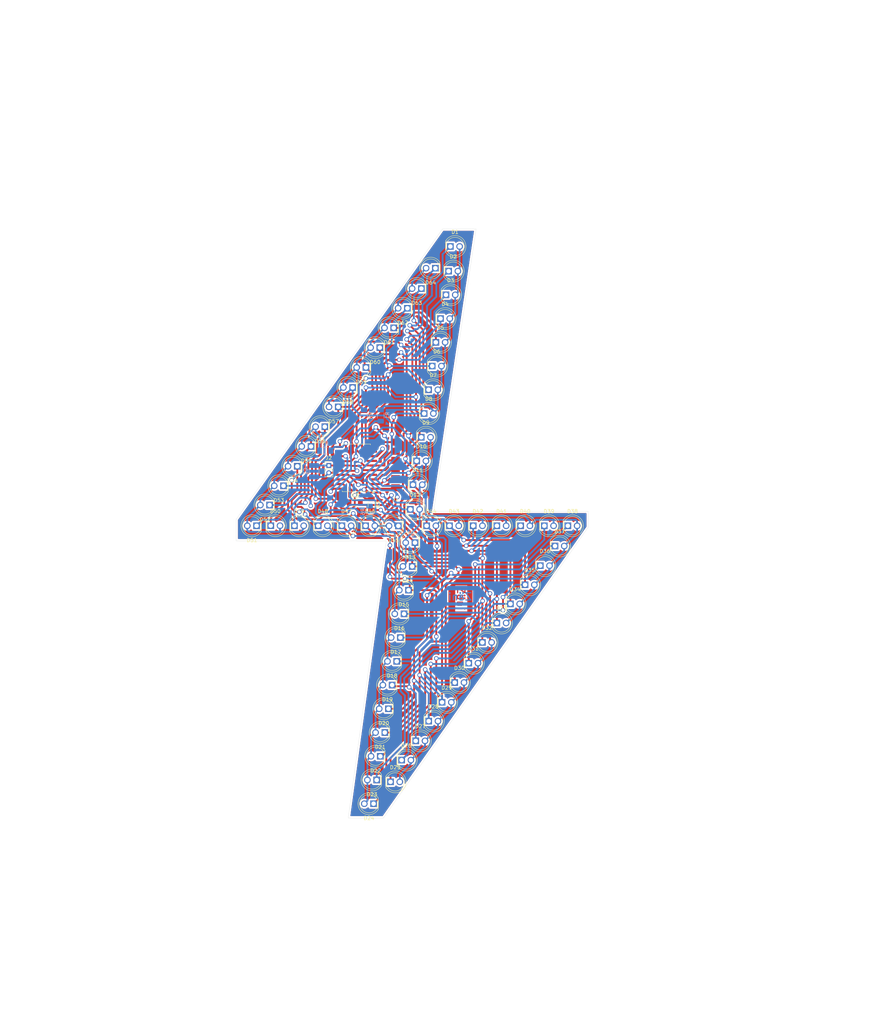
<source format=kicad_pcb>
(kicad_pcb (version 20241229) (generator "pcbnew") (generator_version "9.0")
  (layers (0 "F.Cu" signal) (2 "B.Cu" signal) (13 "F.Paste" user) (15 "B.Paste" user) (5 "F.SilkS" user "F.Silkscreen") (7 "B.SilkS" user "B.Silkscreen") (1 "F.Mask" user) (3 "B.Mask" user) (25 "Edge.Cuts" user))
  (net 0 "")
  (net 1 "Net-(D14-K)")
  (net 2 "Net-(D16-K)")
  (net 3 "GND")
  (net 4 "Net-(U1-PA6)")
  (net 5 "Net-(D1-K)")
  (net 6 "+5V")
  (net 7 "Net-(D15-K)")
  (net 8 "Net-(U1-PA4)")
  (net 9 "Net-(U1-PA2)")
  (net 10 "Net-(U1-AREF{slash}PA3)")
  (net 11 "Net-(U1-PA5)")
  (net 12 "Net-(D10-K)")
  (net 13 "Net-(D12-K)")
  (net 14 "Net-(U1-PA1)")
  (net 15 "Net-(U1-PA7)")
  (net 16 "Net-(D11-K)")
  (net 17 "Net-(D13-K)")
  (net 18 "Net-(U1-PA0)")
  (net 19 "Net-(D17-A)")
  (net 20 "Net-(D1-A)")
  (net 21 "Net-(D10-A)")
  (net 22 "Net-(D25-A)")
  (net 23 "Net-(D33-A)")
  (net 24 "Net-(D41-A)")
  (net 25 "Net-(D49-A)")
  (net 26 "Net-(D57-A)")
  (footprint "Package_SO:SOIC-20W_7.5x12.8mm_P1.27mm" (layer "F.Cu") (at 112.19 127.127 180)
    (property "Reference" "U1")
    (property "Value" "ATtiny861A-S")
  )
  (footprint "Library_zani:LED_D5.0mm_1.2_reikamod" (layer "F.Cu") (at 108.225 143)
    (property "Reference" "D47")
    (property "Value" "LED")
  )
  (footprint "Library_zani:LED_D5.0mm_1.2_reikamod" (layer "F.Cu") (at 118.6382 94.2086 180)
    (property "Reference" "D60")
    (property "Value" "LED")
  )
  (footprint "Library_zani:LED_D5.0mm_1.2_reikamod" (layer "F.Cu") (at 131.99 105.75)
    (property "Reference" "D7")
    (property "Value" "LED")
  )
  (footprint "Library_zani:LED_D5.0mm_1.2_reikamod" (layer "F.Cu") (at 137.725 143)
    (property "Reference" "D43")
    (property "Value" "LED")
  )
  (footprint "Library_zani:LED_D5.0mm_1.2_reikamod" (layer "F.Cu") (at 128.27 147.620647 180)
    (property "Reference" "D13")
    (property "Value" "LED")
  )
  (footprint "Library_zani:LED_D5.0mm_1.2_reikamod" (layer "F.Cu") (at 133.99 92.75)
    (property "Reference" "D5")
    (property "Value" "LED")
  )
  (footprint "Resistor_SMD:R_1206_3216Metric_Pad1.30x1.75mm_HandSolder" (layer "F.Cu") (at 116.332 137.16 -90)
    (property "Reference" "R3")
    (property "Value" "110")
  )
  (footprint "Library_zani:LED_D5.0mm_1.2_reikamod" (layer "F.Cu") (at 99.766 121.2596 180)
    (property "Reference" "D55")
    (property "Value" "LED")
  )
  (footprint "Library_zani:LED_D5.0mm_1.2_reikamod" (layer "F.Cu") (at 121.5644 213.1314)
    (property "Reference" "D25")
    (property "Value" "LED")
  )
  (footprint "Library_zani:LED_D5.0mm_1.2_reikamod" (layer "F.Cu") (at 133.8528 72.4408 180)
    (property "Reference" "D64")
    (property "Value" "LED")
  )
  (footprint "Library_zani:LED_D5.0mm_1.2_reikamod" (layer "F.Cu") (at 150.725 143)
    (property "Reference" "D41")
    (property "Value" "LED")
  )
  (footprint "Library_zani:LED_D5.0mm_1.2_reikamod" (layer "F.Cu") (at 124.6124 207.1624)
    (property "Reference" "D26")
    (property "Value" "LED")
  )
  (footprint "Library_zani:LED_D5.0mm_1.2_reikamod" (layer "F.Cu") (at 127.5 154.120647 180)
    (property "Reference" "D14")
    (property "Value" "LED")
  )
  (footprint "Library_zani:LED_D5.0mm_1.2_reikamod" (layer "F.Cu") (at 126.5 160.620647 180)
    (property "Reference" "D15")
    (property "Value" "LED")
  )
  (footprint "Library_zani:LED_D5.0mm_1.2_reikamod" (layer "F.Cu") (at 157.225 143)
    (property "Reference" "D40")
    (property "Value" "LED")
  )
  (footprint "Library_zani:LED_D5.0mm_1.2_reikamod" (layer "F.Cu") (at 158.4452 159.1564)
    (property "Reference" "D35")
    (property "Value" "LED")
  )
  (footprint "Library_zani:LED_D5.0mm_1.2_reikamod" (layer "F.Cu") (at 130.765 112.25)
    (property "Reference" "D8")
    (property "Value" "LED")
  )
  (footprint "Library_zani:LED_D5.0mm_1.2_reikamod" (layer "F.Cu") (at 162.6108 153.924)
    (property "Reference" "D36")
    (property "Value" "LED")
  )
  (footprint "Library_zani:LED_D5.0mm_1.2_reikamod" (layer "F.Cu") (at 166.6494 148.5392)
    (property "Reference" "D37")
    (property "Value" "LED")
  )
  (footprint "Library_zani:LED_D5.0mm_1.2_reikamod" (layer "F.Cu") (at 101.725 143)
    (property "Reference" "D48")
    (property "Value" "LED")
  )
  (footprint "Library_zani:LED_D5.0mm_1.2_reikamod" (layer "F.Cu") (at 136.765 79.75)
    (property "Reference" "D3")
    (property "Value" "LED")
  )
  (footprint "Library_zani:LED_D5.0mm_1.2_reikamod" (layer "F.Cu") (at 103.5506 115.8748 180)
    (property "Reference" "D56")
    (property "Value" "LED")
  )
  (footprint "Library_zani:LED_D5.0mm_1.2_reikamod" (layer "F.Cu") (at 118.765 206.120647 180)
    (property "Reference" "D22")
    (property "Value" "LED")
  )
  (footprint "Library_zani:LED_D5.0mm_1.2_reikamod" (layer "F.Cu") (at 123.697224 143.024996 180)
    (property "Reference" "D45")
    (property "Value" "LED")
  )
  (footprint "Library_zani:LED_D5.0mm_1.2_reikamod" (layer "F.Cu") (at 117.765 212.620647 180)
    (property "Reference" "D23")
    (property "Value" "LED")
  )
  (footprint "Library_zani:LED_D5.0mm_1.2_reikamod" (layer "F.Cu") (at 128.725 125.25)
    (property "Reference" "D10")
    (property "Value" "LED")
  )
  (footprint "Library_zani:LED_D5.0mm_1.2_reikamod" (layer "F.Cu") (at 120 199.620647 180)
    (property "Reference" "D21")
    (property "Value" "LED")
  )
  (footprint "Connector_PinHeader_2.00mm:PinHeader_1x02_P2.00mm_Vertical" (layer "F.Cu") (at 104.648 126.492)
    (property "Reference" "J2")
    (property "Value" "Conn_01x02_Pin")
  )
  (footprint "Library_zani:LED_D5.0mm_1.2_reikamod" (layer "F.Cu") (at 128.4732 201.9046)
    (property "Reference" "D27")
    (property "Value" "LED")
  )
  (footprint "Library_zani:LED_D5.0mm_1.2_reikamod" (layer "F.Cu") (at 111.1706 105.1306 180)
    (property "Reference" "D58")
    (property "Value" "LED")
  )
  (footprint "Library_zani:LED_D5.0mm_1.2_reikamod" (layer "F.Cu") (at 127 138.5)
    (property "Reference" "D12")
    (property "Value" "LED")
  )
  (footprint "Resistor_SMD:R_1206_3216Metric_Pad1.30x1.75mm_HandSolder" (layer "F.Cu") (at 111.734 136.652)
    (property "Reference" "R2")
    (property "Value" "110")
  )
  (footprint "Library_zani:LED_D5.0mm_1.2_reikamod" (layer "F.Cu") (at 88.7222 142.9766)
    (property "Reference" "D50")
    (property "Value" "LED")
  )
  (footprint "Library_zani:LED_D5.0mm_1.2_reikamod" (layer "F.Cu") (at 116.9162 219.119447 180)
    (property "Reference" "D24")
    (property "Value" "LED")
  )
  (footprint "Library_zani:LED_D5.0mm_1.2_reikamod" (layer "F.Cu") (at 121 193.120647 180)
    (property "Reference" "D20")
    (property "Value" "LED")
  )
  (footprint "Library_zani:LED_D5.0mm_1.2_reikamod" (layer "F.Cu") (at 92.2222 132.0546 180)
    (property "Reference" "D53")
    (property "Value" "LED")
  )
  (footprint "Library_zani:LED_D5.0mm_1.2_reikamod" (layer "F.Cu") (at 124.265 173.620647 180)
    (property "Reference" "D17")
    (property "Value" "LED")
  )
  (footprint "Library_zani:LED_D5.0mm_1.2_reikamod" (layer "F.Cu") (at 84.836 143 180)
    (property "Reference" "D51")
    (property "Value" "LED")
  )
  (footprint "Library_zani:LED_D5.0mm_1.2_reikamod" (layer "F.Cu") (at 137.49 73.25)
    (property "Reference" "D2")
    (property "Value" "LED")
  )
  (footprint "Library_zani:LED_D5.0mm_1.2_reikamod" (layer "F.Cu") (at 114.8282 99.6442 180)
    (property "Reference" "D59")
    (property "Value" "LED")
  )
  (footprint "Library_zani:LED_D5.0mm_1.2_reikamod" (layer "F.Cu") (at 122.4482 88.7984 180)
    (property "Reference" "D61")
    (property "Value" "LED")
  )
  (footprint "Library_zani:LED_D5.0mm_1.2_reikamod" (layer "F.Cu") (at 122 186.620647 180)
    (property "Reference" "D19")
    (property "Value" "LED")
  )
  (footprint "Library_zani:LED_D5.0mm_1.2_reikamod" (layer "F.Cu") (at 127.725 131.75)
    (property "Reference" "D11")
    (property "Value" "LED")
  )
  (footprint "Library_zani:LED_D5.0mm_1.2_reikamod" (layer "F.Cu") (at 114.725 143)
    (property "Reference" "D46")
    (property "Value" "LED")
  )
  (footprint "Library_zani:LED_D5.0mm_1.2_reikamod" (layer "F.Cu") (at 131.46 143)
    (property "Reference" "D44")
    (property "Value" "LED")
  )
  (footprint "Library_zani:LED_D5.0mm_1.2_reikamod" (layer "F.Cu") (at 154.432 164.3888)
    (property "Reference" "D34")
    (property "Value" "LED")
  )
  (footprint "Library_zani:LED_D5.0mm_1.2_reikamod" (layer "F.Cu") (at 132.0292 196.4944)
    (property "Reference" "D28")
    (property "Value" "LED")
  )
  (footprint "Library_zani:LED_D5.0mm_1.2_reikamod" (layer "F.Cu") (at 95.225 143)
    (property "Reference" "D49")
    (property "Value" "LED")
  )
  (footprint "Library_zani:LED_D5.0mm_1.2_reikamod" (layer "F.Cu") (at 107.2336 110.4392 180)
    (property "Reference" "D57")
    (property "Value" "LED")
  )
  (footprint "Library_zani:LED_D5.0mm_1.2_reikamod" (layer "F.Cu") (at 126.182 83.4136 180)
    (property "Reference" "D62")
    (property "Value" "LED")
  )
  (footprint "Library_zani:LED_D5.0mm_1.2_reikamod" (layer "F.Cu") (at 132.99 99.25)
    (property "Reference" "D6")
    (property "Value" "LED")
  )
  (footprint "Library_zani:LED_D5.0mm_1.2_reikamod" (layer "F.Cu") (at 146.7358 174.9298)
    (property "Reference" "D32")
    (property "Value" "LED")
  )
  (footprint "Library_zani:LED_D5.0mm_1.2_reikamod" (layer "F.Cu") (at 130.0174 78.0288 180)
    (property "Reference" "D63")
    (property "Value" "LED")
  )
  (footprint "Library_zani:LED_D5.0mm_1.2_reikamod" (layer "F.Cu") (at 137.9678 66.5)
    (property "Reference" "D1")
    (property "Value" "LED")
  )
  (footprint "Library_zani:LED_D5.0mm_1.2_reikamod" (layer "F.Cu") (at 144.225 143)
    (property "Reference" "D42")
    (property "Value" "LED")
  )
  (footprint "Library_zani:LED_D5.0mm_1.2_reikamod" (layer "F.Cu") (at 135.6868 191.3382)
    (property "Reference" "D29")
    (property "Value" "LED")
  )
  (footprint "Connector_PinHeader_2.00mm:PinHeader_1x06_P2.00mm_Vertical_SMD_Pin1Left" (layer "F.Cu") (at 121.936 127.1255 180)
    (property "Reference" "J1")
    (property "Value" "Conn_01x06_Pin")
  )
  (footprint "Library_zani:LED_D5.0mm_1.2_reikamod" (layer "F.Cu") (at 129.99 118.75)
    (property "Reference" "D9")
    (property "Value" "LED")
  )
  (footprint "Library_zani:LED_D5.0mm_1.2_reikamod" (layer "F.Cu") (at 143.002 180.6194)
    (property "Reference" "D31")
    (property "Value" "LED")
  )
  (footprint "Library_zani:LED_D5.0mm_1.2_reikamod" (layer "F.Cu") (at 163.725 143)
    (property "Reference" "D39")
    (property "Value" "LED")
  )
  (footprint "Library_zani:LED_D5.0mm_1.2_reikamod" (layer "F.Cu") (at 125.265 167.120647 180)
    (property "Reference" "D16")
    (property "Value" "LED")
  )
  (footprint "Library_zani:LED_D5.0mm_1.2_reikamod" (layer "F.Cu") (at 170.18 143)
    (property "Reference" "D38")
    (property "Value" "LED")
  )
  (footprint "Library_zani:LED_D5.0mm_1.2_reikamod" (layer "F.Cu") (at 96.0068 126.6952 180)
    (property "Reference" "D54")
    (property "Value" "LED")
  )
  (footprint "Library_zani:LED_D5.0mm_1.2_reikamod" (layer "F.Cu") (at 139.1666 185.928)
    (property "Reference" "D30")
    (property "Value" "LED")
  )
  (footprint "Library_zani:LED_D5.0mm_1.2_reikamod" (layer "F.Cu") (at 135.265 86.25)
    (property "Reference" "D4")
    (property "Value" "LED")
  )
  (footprint "Library_zani:LED_D5.0mm_1.2_reikamod" (layer "F.Cu") (at 88.4072 137.3124 180)
    (property "Reference" "D52")
    (property "Value" "LED")
  )
  (footprint "Library_zani:LED_D5.0mm_1.2_reikamod" (layer "F.Cu") (at 150.7236 169.6212)
    (property "Reference" "D33")
    (property "Value" "LED")
  )
  (footprint "Library_zani:LED_D5.0mm_1.2_reikamod" (layer "F.Cu") (at 123.265 180.120647 180)
    (property "Reference" "D18")
    (property "Value" "LED")
  )
  (footprint "Resistor_SMD:R_1206_3216Metric_Pad1.30x1.75mm_HandSolder" (layer "B.Cu") (at 129.514 134.62)
    (property "Reference" "R5")
    (property "Value" "110")
  )
  (footprint "Resistor_SMD:R_1206_3216Metric_Pad1.30x1.75mm_HandSolder" (layer "B.Cu") (at 115.824 139.166 -90)
    (property "Reference" "R6")
    (property "Value" "110")
  )
  (footprint "Capacitor_SMD:C_1210_3225Metric_Pad1.33x2.70mm_HandSolder" (layer "B.Cu") (at 100.584 128.0545 -90)
    (property "Reference" "C1")
    (property "Value" "10 u")
  )
  (footprint "Resistor_SMD:R_1206_3216Metric_Pad1.30x1.75mm_HandSolder" (layer "B.Cu") (at 128.524 143.990174 -45)
    (property "Reference" "R4")
    (property "Value" "110")
  )
  (footprint "Resistor_SMD:R_1206_3216Metric_Pad1.30x1.75mm_HandSolder" (layer "B.Cu") (at 103.632 122.428 180)
    (property "Reference" "R7")
    (property "Value" "110")
  )
  (footprint "Resistor_SMD:R_1206_3216Metric_Pad1.30x1.75mm_HandSolder" (layer "B.Cu") (at 114.3 112.802 90)
    (property "Reference" "R8")
    (property "Value" "110")
  )
  (footprint "Resistor_SMD:R_1206_3216Metric_Pad1.30x1.75mm_HandSolder" (layer "B.Cu") (at 118.872 112.802 90)
    (property "Reference" "R1")
    (property "Value" "110")
  )
  (gr_line (start 145.022899 61.717899) (end 133.383471 139.036953) (stroke (width 0.05)) (layer "Edge.Cuts"))
  (gr_line (start 109.982 223.012) (end 120.396 147.122257) (stroke (width 0.05)) (layer "Edge.Cuts"))
  (gr_line (start 120.396 147.122257) (end 79.248 147.122257) (stroke (width 0.05)) (layer "Edge.Cuts"))
  (gr_line (start 79.248 141.224) (end 135.796118 61.717899) (stroke (width 0.05)) (layer "Edge.Cuts"))
  (gr_line (start 79.248 147.122257) (end 79.248 141.224) (stroke (width 0.05)) (layer "Edge.Cuts"))
  (gr_line (start 175.768 143.408366) (end 119.634 223.012) (stroke (width 0.05)) (layer "Edge.Cuts"))
  (gr_line (start 135.796118 61.717899) (end 145.022899 61.717899) (stroke (width 0.05)) (layer "Edge.Cuts"))
  (gr_line (start 175.768 139.036953) (end 175.768 143.408366) (stroke (width 0.05)) (layer "Edge.Cuts"))
  (gr_line (start 109.982 223.012) (end 119.634 223.012) (stroke (width 0.05)) (layer "Edge.Cuts"))
  (gr_line (start 133.383471 139.036953) (end 175.768 139.036953) (stroke (width 0.05)) (layer "Edge.Cuts"))
  (gr_text "Zäni" (at 139.7 159.512 270) (layer "F.Cu") (effects (font (size 2 2) (thickness 0.3) (bold yes)) (justify left bottom)))
  (gr_text "Zäni" (at 144.018 163.576 0) (layer "B.Cu") (effects (font (size 2 2) (thickness 0.3) (bold yes)) (justify left bottom mirror)))
  (segment (start 136.6878 159.512) (end 140.208 155.9918) (width 0.5) (layer "F.Cu") (net 1))
  (segment (start 105.156 137.16) (end 105.156 140.348) (width 0.5) (layer "F.Cu") (net 1))
  (segment (start 131.064 191.732744) (end 123.806372 198.990372) (width 0.5) (layer "F.Cu") (net 1))
  (segment (start 93.472 135.636) (end 93.472 138.684) (width 0.5) (layer "F.Cu") (net 1))
  (segment (start 123.806372 201.530372) (end 119.216097 206.120647) (width 0.5) (layer "F.Cu") (net 1))
  (segment (start 136.6878 182.1792) (end 136.6878 159.512) (width 0.5) (layer "F.Cu") (net 1))
  (segment (start 127.5 154.120647) (end 127.5 151.987275) (width 0.5) (layer "F.Cu") (net 1))
  (segment (start 131.064 182.372) (end 131.064 191.732744) (width 0.5) (layer "F.Cu") (net 1))
  (segment (start 115.360248 123.952) (end 113.747 122.338752) (width 0.5) (layer "F.Cu") (net 1))
  (segment (start 123.806372 198.990372) (end 123.806372 201.530372) (width 0.5) (layer "F.Cu") (net 1))
  (segment (start 127.5 151.987275) (end 126.440362 150.927637) (width 0.5) (layer "F.Cu") (net 1))
  (segment (start 93.472 138.684) (end 96.012 141.224) (width 0.5) (layer "F.Cu") (net 1))
  (segment (start 125.286495 150.927637) (end 123.078 148.719142) (width 0.5) (layer "F.Cu") (net 1))
  (segment (start 119.558423 102.165026) (end 119.903 102.509603) (width 0.5) (layer "F.Cu") (net 1))
  (segment (start 120.34982 100.254423) (end 119.558423 101.04582) (width 0.5) (layer "F.Cu") (net 1))
  (segment (start 121.226199 99.122991) (end 121.226199 99.379457) (width 0.5) (layer "F.Cu") (net 1))
  (segment (start 116.505 144.78) (end 118.872 144.78) (width 0.5) (layer "F.Cu") (net 1))
  (segment (start 122.417368 145.676996) (end 119.768996 145.676996) (width 0.5) (layer "F.Cu") (net 1))
  (segment (start 123.078 146.337628) (end 122.417368 145.676996) (width 0.5) (layer "F.Cu") (net 1))
  (segment (start 117.873364 123.952) (end 116.84 123.952) (width 0.5) (layer "F.Cu") (net 1))
  (segment (start 119.768996 145.676996) (end 118.872 144.78) (width 0.5) (layer "F.Cu") (net 1))
  (segment (start 139.1666 185.928) (end 139.1666 184.658) (width 0.5) (layer "F.Cu") (net 1))
  (segment (start 140.208 155.9918) (end 140.208 154.94) (width 0.5) (layer "F.Cu") (net 1))
  (segment (start 116.84 123.952) (end 115.360248 123.952) (width 0.5) (layer "F.Cu") (net 1))
  (segment (start 102.961372 140.348) (end 105.156 140.348) (width 0.5) (layer "F.Cu") (net 1))
  (segment (start 127.5 154.120647) (end 139.388647 154.120647) (width 0.5) (layer "F.Cu") (net 1))
  (segment (start 139.388647 154.120647) (end 140.208 154.94) (width 0.5) (layer "F.Cu") (net 1))
  (segment (start 119.558423 101.04582) (end 119.558423 102.165026) (width 0.5) (layer "F.Cu") (net 1))
  (segment (start 113.747 122.338752) (end 113.747 114.453372) (width 0.5) (layer "F.Cu") (net 1))
  (segment (start 119.903 102.509603) (end 119.903 108.297372) (width 0.5) (layer "F.Cu") (net 1))
  (segment (start 120.351233 100.254423) (end 120.34982 100.254423) (width 0.5) (layer "F.Cu") (net 1))
  (segment (start 119.38 122.445364) (end 117.873364 123.952) (width 0.5) (layer "F.Cu") (net 1))
  (segment (start 119.903 108.297372) (end 113.747 114.453372) (width 0.5) (layer "F.Cu") (net 1))
  (segment (start 126.440362 150.927637) (end 125.286495 150.927637) (width 0.5) (layer "F.Cu") (net 1))
  (segment (start 123.078 148.719142) (end 123.078 146.337628) (width 0.5) (layer "F.Cu") (net 1))
  (segment (start 105.156 140.348) (end 110.604 140.348) (width 0.5) (layer "F.Cu") (net 1))
  (segment (start 119.38 121.92) (end 119.38 122.445364) (width 0.5) (layer "F.Cu") (net 1))
  (segment (start 102.085372 141.224) (end 102.961372 140.348) (width 0.5) (layer "F.Cu") (net 1))
  (segment (start 114.725 143) (end 116.505 144.78) (width 0.5) (layer "F.Cu") (net 1))
  (segment (start 96.012 141.224) (end 102.085372 141.224) (width 0.5) (layer "F.Cu") (net 1))
  (segment (start 96.012 133.096) (end 93.472 135.636) (width 0.5) (layer "F.Cu") (net 1))
  (segment (start 139.1666 184.658) (end 136.6878 182.1792) (width 0.5) (layer "F.Cu") (net 1))
  (segment (start 96.012 126.7004) (end 96.012 133.096) (width 0.5) (layer "F.Cu") (net 1))
  (segment (start 121.226199 99.379457) (end 120.351233 100.254423) (width 0.5) (layer "F.Cu") (net 1))
  (segment (start 110.604 140.348) (end 111.3385 139.6135) (width 0.5) (layer "F.Cu") (net 1))
  (via (at 105.156 137.16) (size 1.2) (drill 0.8) (layers "F.Cu" "B.Cu") (net 1))
  (via (at 140.208 154.94) (size 1.2) (drill 0.8) (layers "F.Cu" "B.Cu") (net 1))
  (via (at 119.38 121.92) (size 1.2) (drill 0.8) (layers "F.Cu" "B.Cu") (net 1))
  (via (at 131.064 182.372) (size 1.2) (drill 0.8) (layers "F.Cu" "B.Cu") (net 1))
  (via (at 111.3385 139.6135) (size 1.2) (drill 0.8) (layers "F.Cu" "B.Cu") (net 1))
  (via (at 121.226199 99.122991) (size 1.2) (drill 0.8) (layers "F.Cu" "B.Cu") (net 1))
  (segment (start 168.656 144.524) (end 170.18 143) (width 0.5) (layer "B.Cu") (net 1))
  (segment (start 156.972 154.94) (end 167.132 144.78) (width 0.5) (layer "B.Cu") (net 1))
  (segment (start 124.0992 90.4494) (end 124.0992 87.1474) (width 0.5) (layer "B.Cu") (net 1))
  (segment (start 167.132 144.78) (end 168.656 144.78) (width 0.5) (layer "B.Cu") (net 1))
  (segment (start 132.99 99.25) (end 120.904 99.25) (width 0.5) (layer "B.Cu") (net 1))
  (segment (start 121.226199 99.122991) (end 120.396 98.292792) (width 0.5) (layer "B.Cu") (net 1))
  (segment (start 121.92 90.4494) (end 124.0992 90.4494) (width 0.5) (layer "B.Cu") (net 1))
  (segment (start 139.1666 185.928) (end 134.62 185.928) (width 0.5) (layer "B.Cu") (net 1))
  (segment (start 140.208 154.94) (end 156.972 154.94) (width 0.5) (layer "B.Cu") (net 1))
  (segment (start 122.4482 87.1474) (end 126.182 83.4136) (width 0.5) (layer "B.Cu") (net 1))
  (segment (start 121.031009 99.122991) (end 120.904 99.25) (width 0.5) (layer "B.Cu") (net 1))
  (segment (start 110.474628 129.301372) (end 112.938806 129.301372) (width 0.5) (layer "B.Cu") (net 1))
  (segment (start 113.792 127.508) (end 119.38 121.92) (width 0.5) (layer "B.Cu") (net 1))
  (segment (start 111.3385 139.6135) (end 114.725 143) (width 0.5) (layer "B.Cu") (net 1))
  (segment (start 134.62 185.928) (end 131.064 182.372) (width 0.5) (layer "B.Cu") (net 1))
  (segment (start 105.156 137.16) (end 106.615372 135.700628) (width 0.5) (layer "B.Cu") (net 1))
  (segment (start 168.656 144.78) (end 168.656 144.524) (width 0.5) (layer "B.Cu") (net 1))
  (segment (start 121.226199 99.122991) (end 121.031009 99.122991) (width 0.5) (layer "B.Cu") (net 1))
  (segment (start 112.938806 129.301372) (end 113.792 128.448178) (width 0.5) (layer "B.Cu") (net 1))
  (segment (start 106.615372 135.700628) (end 106.615372 133.160628) (width 0.5) (layer "B.Cu") (net 1))
  (segment (start 120.396 98.292792) (end 120.396 94.488) (width 0.5) (layer "B.Cu") (net 1))
  (segment (start 106.615372 133.160628) (end 110.474628 129.301372) (width 0.5) (layer "B.Cu") (net 1))
  (segment (start 121.92 92.964) (end 121.92 90.4494) (width 0.5) (layer "B.Cu") (net 1))
  (segment (start 120.396 94.488) (end 121.92 92.964) (width 0.5) (layer "B.Cu") (net 1))
  (segment (start 124.0992 87.1474) (end 122.4482 87.1474) (width 0.5) (layer "B.Cu") (net 1))
  (segment (start 113.792 128.448178) (end 113.792 127.508) (width 0.5) (layer "B.Cu") (net 1))
  (segment (start 118.916 142.316133) (end 118.347933 141.748067) (width 0.5) (layer "F.Cu") (net 2))
  (segment (start 118.916 143.3) (end 118.916 142.316133) (width 0.5) (layer "F.Cu") (net 2))
  (segment (start 122.428 113.284) (end 122.428 114.3) (width 0.5) (layer "F.Cu") (net 2))
  (segment (start 146.812 151.892) (end 146.7358 151.9682) (width 0.5) (layer "F.Cu") (net 2))
  (segment (start 132.588 191.624372) (end 124.983 199.229372) (width 0.5) (layer "F.Cu") (net 2))
  (segment (start 103.5506 117.4294) (end 103.5506 115.8748) (width 0.5) (layer "F.Cu") (net 2))
  (segment (start 98.149595 139.874) (end 98.149595 139.594405) (width 0.5) (layer "F.Cu") (net 2))
  (segment (start 130.048 105.223628) (end 130.048 111.533) (width 0.5) (layer "F.Cu") (net 2))
  (segment (start 98.029 129.390628) (end 99.045 128.374628) (width 0.5) (layer "F.Cu") (net 2))
  (segment (start 117.948867 141.349) (end 103.376 141.349) (width 0.5) (layer "F.Cu") (net 2))
  (segment (start 101.417 122.9106) (end 101.417 119.563) (width 0.5) (layer "F.Cu") (net 2))
  (segment (start 140.716 151.892) (end 139.488353 153.119647) (width 0.5) (layer "F.Cu") (net 2))
  (segment (start 119.416 211.9778) (end 119.416 216.619647) (width 0.5) (layer "F.Cu") (net 2))
  (segment (start 101.417 119.563) (end 103.5506 117.4294) (width 0.5) (layer "F.Cu") (net 2))
  (segment (start 124.079 145.923) (end 122.831996 144.675996) (width 0.5) (layer "F.Cu") (net 2))
  (segment (start 119.416 216.619647) (end 116.9162 219.119447) (width 0.5) (layer "F.Cu") (net 2))
  (segment (start 120.416 210.9778) (end 119.416 211.9778) (width 0.5) (layer "F.Cu") (net 2))
  (segment (start 146.7358 151.9682) (end 146.7358 174.9298) (width 0.5) (layer "F.Cu") (net 2))
  (segment (start 98.029 133.910256) (end 98.029 129.390628) (width 0.5) (layer "F.Cu") (net 2))
  (segment (start 146.812 151.892) (end 140.716 151.892) (width 0.5) (layer "F.Cu") (net 2))
  (segment (start 126.861008 88.079008) (end 129.555 90.773) (width 0.5) (layer "F.Cu") (net 2))
  (segment (start 99.045 128.374628) (end 99.045 124.49) (width 0.5) (layer "F.Cu") (net 2))
  (segment (start 95.474 136.465256) (end 98.029 133.910256) (width 0.5) (layer "F.Cu") (net 2))
  (segment (start 130.048 111.533) (end 130.765 112.25) (width 0.5) (layer "F.Cu") (net 2))
  (segment (start 125.126486 149.352) (end 124.079 148.304514) (width 0.5) (layer "F.Cu") (net 2))
  (segment (start 124.079 148.304514) (end 124.079 145.923) (width 0.5) (layer "F.Cu") (net 2))
  (segment (start 119.301397 120.088) (end 122.936 120.088) (width 0.5) (layer "F.Cu") (net 2))
  (segment (start 97.926 138.632397) (end 97.134603 137.841) (width 0.5) (layer "F.Cu") (net 2))
  (segment (start 124.983 199.229372) (end 124.983 201.769372) (width 0.5) (layer "F.Cu") (net 2))
  (segment (start 96.116595 137.841) (end 95.474 137.198405) (width 0.5) (layer "F.Cu") (net 2))
  (segment (start 117.977397 121.412) (end 119.301397 120.088) (width 0.5) (layer "F.Cu") (net 2))
  (segment (start 122.428 114.3) (end 121.92 114.808) (width 0.5) (layer "F.Cu") (net 2))
  (segment (start 139.488353 153.119647) (end 130.048 153.119647) (width 0.5) (layer "F.Cu") (net 2))
  (segment (start 118.347933 141.748067) (end 117.948867 141.349) (width 0.5) (layer "F.Cu") (net 2))
  (segment (start 122.831996 144.675996) (end 120.291996 144.675996) (width 0.5) (layer "F.Cu") (net 2))
  (segment (start 120.291996 144.675996) (end 118.916 143.3) (width 0.5) (layer "F.Cu") (net 2))
  (segment (start 97.134603 137.841) (end 96.116595 137.841) (width 0.5) (layer "F.Cu") (net 2))
  (segment (start 132.588 180.848) (end 132.588 191.624372) (width 0.5) (layer "F.Cu") (net 2))
  (segment (start 130.048 153.119647) (end 126.280353 149.352) (width 0.5) (layer "F.Cu") (net 2))
  (segment (start 129.555 90.773) (end 129.555 104.730628) (width 0.5) (layer "F.Cu") (net 2))
  (segment (start 121.92 114.808) (end 121.92 120.088) (width 0.5) (layer "F.Cu") (net 2))
  (segment (start 122.936 135.636) (end 123.444 135.128) (width 0.5) (layer "F.Cu") (net 2))
  (segment (start 97.926 139.650405) (end 97.926 138.632397) (width 0.5) (layer "F.Cu") (net 2))
  (segment (start 126.82722 88.079008) (end 126.861008 88.079008) (width 0.5) (layer "F.Cu") (net 2))
  (segment (start 95.474 137.198405) (end 95.474 136.465256) (width 0.5) (layer "F.Cu") (net 2))
  (segment (start 122.936 137.16) (end 122.936 135.636) (width 0.5) (layer "F.Cu") (net 2))
  (segment (start 103.376 141.349) (end 101.725 143) (width 0.5) (layer "F.Cu") (net 2))
  (segment (start 120.416 206.336372) (end 120.416 210.9778) (width 0.5) (layer "F.Cu") (net 2))
  (segment (start 99.045 124.49) (end 100.6244 122.9106) (width 0.5) (layer "F.Cu") (net 2))
  (segment (start 126.280353 149.352) (end 125.126486 149.352) (width 0.5) (layer "F.Cu") (net 2))
  (segment (start 118.347933 141.748067) (end 122.936 137.16) (width 0.5) (layer "F.Cu") (net 2))
  (segment (start 98.149595 139.874) (end 97.926 139.650405) (width 0.5) (layer "F.Cu") (net 2))
  (segment (start 129.555 104.730628) (end 130.048 105.223628) (width 0.5) (layer "F.Cu") (net 2))
  (segment (start 100.6244 122.9106) (end 101.417 122.9106) (width 0.5) (layer "F.Cu") (net 2))
  (segment (start 124.983 201.769372) (end 120.416 206.336372) (width 0.5) (layer "F.Cu") (net 2))
  (segment (start 116.84 121.412) (end 117.977397 121.412) (width 0.5) (layer "F.Cu") (net 2))
  (via (at 98.149595 139.874) (size 1.2) (drill 0.8) (layers "F.Cu" "B.Cu") (net 2))
  (via (at 146.812 163.576) (size 1.2) (drill 0.8) (layers "F.Cu" "B.Cu") (net 2))
  (via (at 132.588 180.848) (size 1.2) (drill 0.8) (layers "F.Cu" "B.Cu") (net 2))
  (via (at 146.812 151.892) (size 1.2) (drill 0.8) (layers "F.Cu" "B.Cu") (net 2))
  (via (at 123.444 135.128) (size 1.2) (drill 0.8) (layers "F.Cu" "B.Cu") (net 2))
  (via (at 121.92 117.856) (size 1.2) (drill 0.8) (layers "F.Cu" "B.Cu") (net 2))
  (via (at 126.82722 88.079008) (size 1.2) (drill 0.8) (layers "F.Cu" "B.Cu") (net 2))
  (via (at 122.428 113.284) (size 1.2) (drill 0.8) (layers "F.Cu" "B.Cu") (net 2))
  (segment (start 146.812 148.844) (end 149.352 146.304) (width 0.5) (layer "B.Cu") (net 2))
  (segment (start 153.921 146.304) (end 157.225 143) (width 0.5) (layer "B.Cu") (net 2))
  (segment (start 131.572 79.6798) (end 131.6684 79.6798) (width 0.5) (layer "B.Cu") (net 2))
  (segment (start 149.352 146.304) (end 153.921 146.304) (width 0.5) (layer "B.Cu") (net 2))
  (segment (start 122.372038 133.299501) (end 121.412 133.299501) (width 0.5) (layer "B.Cu") (net 2))
  (segment (start 130.765 112.25) (end 123.462 112.25) (width 0.5) (layer "B.Cu") (net 2))
  (segment (start 123.444 134.371462) (end 122.372038 133.299501) (width 0.5) (layer "B.Cu") (net 2))
  (segment (start 127.071813 87.834415) (end 127.394992 88.157595) (width 0.5) (layer "B.Cu") (net 2))
  (segment (start 123.163435 134.090898) (end 123.163435 134.847435) (width 0.5) (layer "B.Cu") (net 2))
  (segment (start 131.572 76.3778) (end 131.572 74.7216) (width 0.5) (layer "B.Cu") (net 2))
  (segment (start 135.590795 167.120647) (end 137.103442 165.608) (width 0.5) (layer "B.Cu") (net 2))
  (segment (start 121.412 133.299501) (end 121.381499 133.269) (width 0.5) (layer "B.Cu") (net 2))
  (segment (start 115.824 130.048) (end 115.824 129.54) (width 0.5) (layer "B.Cu") (net 2))
  (segment (start 129.305595 87.366198) (end 129.305595 82.022405) (width 0.5) (layer "B.Cu") (net 2))
  (segment (start 123.462 112.25) (end 122.428 113.284) (width 0.5) (layer "B.Cu") (net 2))
  (segment (start 126.82722 88.079008) (end 127.071813 87.834415) (width 0.5) (layer "B.Cu") (net 2))
  (segment (start 115.824 129.54) (end 121.92 123.444) (width 0.5) (layer "B.Cu") (net 2))
  (segment (start 139.4714 180.848) (end 145.3896 174.9298) (width 0.5) (layer "B.Cu") (net 2))
  (segment (start 145.3896 174.9298) (end 146.7358 174.9298) (width 0.5) (layer "B.Cu") (net 2))
  (segment (start 121.381499 133.269) (end 119.045 133.269) (width 0.5) (layer "B.Cu") (net 2))
  (segment (start 125.265 167.120647) (end 135.590795 167.120647) (width 0.5) (layer "B.Cu") (net 2))
  (segment (start 121.92 123.444) (end 121.92 117.856) (width 0.5) (layer "B.Cu") (net 2))
  (segment (start 123.444 135.128) (end 123.444 134.371462) (width 0.5) (layer "B.Cu") (net 2))
  (segment (start 146.812 151.892) (end 146.812 148.844) (width 0.5) (layer "B.Cu") (net 2))
  (segment (start 128.514198 88.157595) (end 129.305595 87.366198) (width 0.5) (layer "B.Cu") (net 2))
  (segment (start 132.588 180.848) (end 139.4714 180.848) (width 0.5) (layer "B.Cu") (net 2))
  (segment (start 129.305595 82.022405) (end 131.572 79.756) (width 0.5) (layer "B.Cu") (net 2))
  (segment (start 131.6684 76.3778) (end 131.572 76.3778) (width 0.5) (layer "B.Cu") (net 2))
  (segment (start 127.394992 88.157595) (end 128.514198 88.157595) (width 0.5) (layer "B.Cu") (net 2))
  (segment (start 119.045 133.269) (end 115.824 130.048) (width 0.5) (layer "B.Cu") (net 2))
  (segment (start 123.163435 134.847435) (end 123.444 135.128) (width 0.5) (layer "B.Cu") (net 2))
  (segment (start 101.275595 143) (end 98.149595 139.874) (width 0.5) (layer "B.Cu") (net 2))
  (segment (start 122.372038 133.299501) (end 123.163435 134.090898) (width 0.5) (layer "B.Cu") (net 2))
  (segment (start 144.78 165.608) (end 146.812 163.576) (width 0.5) (layer "B.Cu") (net 2))
  (segment (start 137.103442 165.608) (end 144.78 165.608) (width 0.5) (layer "B.Cu") (net 2))
  (segment (start 131.572 74.7216) (end 133.8528 72.4408) (width 0.5) (layer "B.Cu") (net 2))
  (segment (start 131.6684 79.6798) (end 131.6684 76.3778) (width 0.5) (layer "B.Cu") (net 2))
  (segment (start 131.572 79.756) (end 131.572 79.6798) (width 0.5) (layer "B.Cu") (net 2))
  (segment (start 121.7965 122.588) (end 122.936 122.588) (width 0.5) (layer "F.Cu") (net 3))
  (segment (start 105.618594 128.492) (end 106.348594 127.762) (width 0.5) (layer "F.Cu") (net 3))
  (segment (start 119.903 126.492) (end 119.903 124.4815) (width 0.5) (layer "F.Cu") (net 3))
  (segment (start 113.513595 125.430166) (end 113.513595 125.712959) (width 0.5) (layer "F.Cu") (net 3))
  (segment (start 119.903 124.4815) (end 121.7965 122.588) (width 0.5) (layer "F.Cu") (net 3))
  (segment (start 114.292636 126.492) (end 116.84 126.492) (width 0.5) (layer "F.Cu") (net 3))
  (segment (start 106.348594 127.762) (end 107.54 127.762) (width 0.5) (layer "F.Cu") (net 3))
  (segment (start 116.84 126.492) (end 119.903 126.492) (width 0.5) (layer "F.Cu") (net 3))
  (segment (start 112.379203 127.950372) (end 107.728372 127.950372) (width 0.5) (layer "F.Cu") (net 3))
  (segment (start 113.513595 125.712959) (end 114.292636 126.492) (width 0.5) (layer "F.Cu") (net 3))
  (segment (start 113.295128 125.211699) (end 113.513595 125.430166) (width 0.5) (layer "F.Cu") (net 3))
  (segment (start 107.728372 127.950372) (end 107.54 127.762) (width 0.5) (layer "F.Cu") (net 3))
  (segment (start 104.648 128.492) (end 105.618594 128.492) (width 0.5) (layer "F.Cu") (net 3))
  (via (at 113.295128 125.211699) (size 1.2) (drill 0.8) (layers "F.Cu" "B.Cu") (net 3))
  (via (at 112.379203 127.950372) (size 1.2) (drill 0.8) (layers "F.Cu" "B.Cu") (net 3))
  (segment (start 100.584 129.617) (end 103.523 129.617) (width 0.5) (layer "B.Cu") (net 3))
  (segment (start 111.76 125.476) (end 111.76 127.331169) (width 0.5) (layer "B.Cu") (net 3))
  (segment (start 113.295128 125.211699) (end 113.030827 125.476) (width 0.5) (layer "B.Cu") (net 3))
  (segment (start 113.030827 125.476) (end 111.76 125.476) (width 0.5) (layer "B.Cu") (net 3))
  (segment (start 103.523 129.617) (end 104.648 128.492) (width 0.5) (layer "B.Cu") (net 3))
  (segment (start 111.76 127.331169) (end 112.379203 127.950372) (width 0.5) (layer "B.Cu") (net 3))
  (segment (start 109.330342 121.925022) (end 109.330342 120.406572) (width 0.5) (layer "F.Cu") (net 4))
  (segment (start 108.573364 122.682) (end 109.330342 121.925022) (width 0.5) (layer "F.Cu") (net 4))
  (segment (start 107.54 122.682) (end 108.573364 122.682) (width 0.5) (layer "F.Cu") (net 4))
  (via (at 109.330342 120.406572) (size 1.2) (drill 0.8) (layers "F.Cu" "B.Cu") (net 4))
  (segment (start 109.330342 120.406572) (end 108.324914 121.412) (width 0.5) (layer "B.Cu") (net 4))
  (segment (start 106.172 121.412) (end 106.172 121.438) (width 0.5) (layer "B.Cu") (net 4))
  (segment (start 106.172 121.438) (end 105.182 122.428) (width 0.5) (layer "B.Cu") (net 4))
  (segment (start 108.324914 121.412) (end 106.172 121.412) (width 0.5) (layer "B.Cu") (net 4))
  (segment (start 124.968 141.152) (end 124.934372 141.152) (width 0.5) (layer "F.Cu") (net 5))
  (segment (start 124.968 141.185628) (end 124.968 141.152) (width 0.5) (layer "F.Cu") (net 5))
  (segment (start 129.54 113.901) (end 129.54 118.3) (width 0.5) (layer "F.Cu") (net 5))
  (segment (start 140.434647 149.86) (end 143.764 149.86) (width 0.5) (layer "F.Cu") (net 5))
  (segment (start 124.934372 135.848) (end 124.968 135.848) (width 0.5) (layer "F.Cu") (net 5))
  (segment (start 124.549186 136.233186) (end 124.968 135.814372) (width 0.5) (layer "F.Cu") (net 5))
  (segment (start 121.666 132.842) (end 121.92 132.588) (width 0.5) (layer "F.Cu") (net 5))
  (segment (start 130.048 151.384) (end 130.782647 152.118647) (width 0.5) (layer "F.Cu") (net 5))
  (segment (start 143.764 149.86) (end 149.352 149.86) (width 0.5) (layer "F.Cu") (net 5))
  (segment (start 101.831628 123.9116) (end 101.1324 123.9116) (width 0.5) (layer "F.Cu") (net 5))
  (segment (start 124.549186 136.233186) (end 124.934372 135.848) (width 0.5) (layer "F.Cu") (net 5))
  (segment (start 134.112 179.324) (end 134.112 188.468) (width 0.5) (layer "F.Cu") (net 5))
  (segment (start 124.934372 141.152) (end 124.348 140.565628) (width 0.5) (layer "F.Cu") (net 5))
  (segment (start 128.554 92.022275) (end 128.554 111.454628) (width 0.5) (layer "F.Cu") (net 5))
  (segment (start 100.046 124.998) (end 100.046 128.789256) (width 0.5) (layer "F.Cu") (net 5))
  (segment (start 130.782647 152.118647) (end 138.176 152.118647) (width 0.5) (layer "F.Cu") (net 5))
  (segment (start 150.7236 163.0388) (end 150.7236 151.2316) (width 0.5) (layer "F.Cu") (net 5))
  (segment (start 107.2336 110.4392) (end 110.57466 110.4392) (width 0.5) (layer "F.Cu") (net 5))
  (segment (start 124.348 140.565628) (end 124.348 136.434372) (width 0.5) (layer "F.Cu") (net 5))
  (segment (start 130.048 146.265628) (end 124.968 141.185628) (width 0.5) (layer "F.Cu") (net 5))
  (segment (start 124.968 134.62) (end 122.936 132.588) (width 0.5) (layer "F.Cu") (net 5))
  (segment (start 124.968 135.814372) (end 124.968 134.62) (width 0.5) (layer "F.Cu") (net 5))
  (segment (start 114.808 106.20586) (end 114.808 105.156) (width 0.5) (layer "F.Cu") (net 5))
  (segment (start 126.184595 89.65287) (end 128.554 92.022275) (width 0.5) (layer "F.Cu") (net 5))
  (segment (start 125.984 202.184) (end 121.5644 206.6036) (width 0.5) (layer "F.Cu") (net 5))
  (segment (start 110.57466 110.4392) (end 114.808 106.20586) (width 0.5) (layer "F.Cu") (net 5))
  (segment (start 101.1324 123.9116) (end 100.046 124.998) (width 0.5) (layer "F.Cu") (net 5))
  (segment (start 129.114 112.014628) (end 129.114 113.901) (width 0.5) (layer "F.Cu") (net 5))
  (segment (start 134.112 188.468) (end 133.604 188.976) (width 0.5) (layer "F.Cu") (net 5))
  (segment (start 99.03 134.324884) (end 98.224895 135.129989) (width 0.5) (layer "F.Cu") (net 5))
  (segment (start 138.176 152.118647) (end 140.434647 149.86) (width 0.5) (layer "F.Cu") (net 5))
  (segment (start 124.348 136.434372) (end 124.549186 136.233186) (width 0.5) (layer "F.Cu") (net 5))
  (segment (start 121.5644 206.6036) (end 121.5644 213.1314) (width 0.5) (layer "F.Cu") (net 5))
  (segment (start 107.2336 115.4938) (end 102.418 120.3094) (width 0.5) (layer "F.Cu") (net 5))
  (segment (start 125.984 199.644) (end 125.984 202.184) (width 0.5) (layer "F.Cu") (net 5))
  (segment (start 130.048 146.265628) (end 130.048 151.384) (width 0.5) (layer "F.Cu") (net 5))
  (segment (start 129.114 113.901) (end 129.54 113.901) (width 0.5) (layer "F.Cu") (net 5))
  (segment (start 98.224895 135.129989) (end 98.224895 136.666) (width 0.5) (layer "F.Cu") (net 5))
  (segment (start 124.46 132.588) (end 124.968 132.08) (width 0.5) (layer "F.Cu") (net 5))
  (segment (start 133.604 188.976) (end 133.604 192.024) (width 0.5) (layer "F.Cu") (net 5))
  (segment (start 102.418 120.3094) (end 102.418 123.325228) (width 0.5) (layer "F.Cu") (net 5))
  (segment (start 150.7236 155.8036) (end 150.7236 169.6212) (width 0.5) (layer "F.Cu") (net 5))
  (segment (start 99.03 129.805256) (end 99.03 134.324884) (width 0.5) (layer "F.Cu") (net 5))
  (segment (start 127 121.74) (end 127 125.875628) (width 0.5) (layer "F.Cu") (net 5))
  (segment (start 133.604 192.024) (end 125.984 199.644) (width 0.5) (layer "F.Cu") (net 5))
  (segment (start 128.554 111.454628) (end 129.114 112.014628) (width 0.5) (layer "F.Cu") (net 5))
  (segment (start 124.968 127.907628) (end 124.968 132.08) (width 0.5) (layer "F.Cu") (net 5))
  (segment (start 116.84 132.842) (end 121.666 132.842) (width 0.5) (layer "F.Cu") (net 5))
  (segment (start 100.046 128.789256) (end 99.03 129.805256) (width 0.5) (layer "F.Cu") (net 5))
  (segment (start 124.968 127.907628) (end 127 125.875628) (width 0.5) (layer "F.Cu") (net 5))
  (segment (start 107.2336 110.4392) (end 107.2336 115.4938) (width 0.5) (layer "F.Cu") (net 5))
  (segment (start 129.99 118.75) (end 127 121.74) (width 0.5) (layer "F.Cu") (net 5))
  (segment (start 150.7236 151.2316) (end 149.352 149.86) (width 0.5) (layer "F.Cu") (net 5))
  (segment (start 122.936 132.588) (end 124.46 132.588) (width 0.5) (layer "F.Cu") (net 5))
  (segment (start 102.418 123.325228) (end 101.831628 123.9116) (width 0.5) (layer "F.Cu") (net 5))
  (via (at 114.808 105.156) (size 1.2) (drill 0.8) (layers "F.Cu" "B.Cu") (net 5))
  (via (at 98.224895 136.666) (size 1.2) (drill 0.8) (layers "F.Cu" "B.Cu") (net 5))
  (via (at 134.112 179.324) (size 1.2) (drill 0.8) (layers "F.Cu" "B.Cu") (net 5))
  (via (at 150.7236 163.0388) (size 1.2) (drill 0.8) (layers "F.Cu" "B.Cu") (net 5))
  (via (at 143.764 149.86) (size 1.2) (drill 0.8) (layers "F.Cu" "B.Cu") (net 5))
  (via (at 128.524 107.696) (size 1.2) (drill 0.8) (layers "F.Cu" "B.Cu") (net 5))
  (via (at 126.184595 89.65287) (size 1.2) (drill 0.8) (layers "F.Cu" "B.Cu") (net 5))
  (segment (start 132.908 76.388) (end 132.908 79.944) (width 0.5) (layer "B.Cu") (net 5))
  (segment (start 137.31507 166.812) (end 146.224372 166.812) (width 0.5) (layer "B.Cu") (net 5))
  (segment (start 122.936 107.696) (end 120.396 105.156) (width 0.5) (layer "B.Cu") (net 5))
  (segment (start 147.828 169.6212) (end 150.7236 169.6212) (width 0.5) (layer "B.Cu") (net 5))
  (segment (start 135.5038 73.820572) (end 135.232572 74.0918) (width 0.5) (layer "B.Cu") (net 5))
  (segment (start 135.839 73.457) (end 135.5038 73.7922) (width 0.5) (layer "B.Cu") (net 5))
  (segment (start 147.828 169.672) (end 147.828 169.6212) (width 0.5) (layer "B.Cu") (net 5))
  (segment (start 97.868793 137.022102) (end 96.271295 137.022102) (width 0.5) (layer "B.Cu") (net 5))
  (segment (start 138.176 179.324) (end 147.828 169.672) (width 0.5) (layer "B.Cu") (net 5))
  (segment (start 134.112 179.324) (end 138.176 179.324) (width 0.5) (layer "B.Cu") (net 5))
  (segment (start 132.908 79.944) (end 130.306595 82.545405) (width 0.5) (layer "B.Cu") (net 5))
  (segment (start 130.306595 82.545405) (end 130.306595 87.780826) (width 0.5) (layer "B.Cu") (net 5))
  (segment (start 124.265 173.620647) (end 130.506423 173.620647) (width 0.5) (layer "B.Cu") (net 5))
  (segment (start 143.865 149.86) (end 143.764 149.86) (width 0.5) (layer "B.Cu") (net 5))
  (segment (start 127.77113 89.65287) (end 126.184595 89.65287) (width 0.5) (layer "B.Cu") (net 5))
  (segment (start 130.306595 87.780826) (end 128.928826 89.158595) (width 0.5) (layer "B.Cu") (net 5))
  (segment (start 135.2042 74.0918) (end 132.908 76.388) (width 0.5) (layer "B.Cu") (net 5))
  (segment (start 120.396 105.156) (end 114.808 105.156) (width 0.5) (layer "B.Cu") (net 5))
  (segment (start 137.9678 66.5) (end 135.839 68.6288) (width 0.5) (layer "B.Cu") (net 5))
  (segment (start 128.265405 89.158595) (end 127.77113 89.65287) (width 0.5) (layer "B.Cu") (net 5))
  (segment (start 95.225 138.068397) (end 95.225 143) (width 0.5) (layer "B.Cu") (net 5))
  (segment (start 98.224895 136.666) (end 97.868793 137.022102) (width 0.5) (layer "B.Cu") (net 5))
  (segment (start 128.928826 89.158595) (end 128.265405 89.158595) (width 0.5) (layer "B.Cu") (net 5))
  (segment (start 96.271295 137.022102) (end 95.225 138.068397) (width 0.5) (layer "B.Cu") (net 5))
  (segment (start 130.506423 173.620647) (end 137.31507 166.812) (width 0.5) (layer "B.Cu") (net 5))
  (segment (start 150.725 143) (end 143.865 149.86) (width 0.5) (layer "B.Cu") (net 5))
  (segment (start 135.839 68.6288) (end 135.839 73.457) (width 0.5) (layer "B.Cu") (net 5))
  (segment (start 149.997572 163.0388) (end 150.7236 163.0388) (width 0.5) (layer "B.Cu") (net 5))
  (segment (start 135.232572 74.0918) (end 135.2042 74.0918) (width 0.5) (layer "B.Cu") (net 5))
  (segment (start 128.524 107.696) (end 122.936 107.696) (width 0.5) (layer "B.Cu") (net 5))
  (segment (start 135.5038 73.7922) (end 135.5038 73.820572) (width 0.5) (layer "B.Cu") (net 5))
  (segment (start 146.224372 166.812) (end 149.997572 163.0388) (width 0.5) (layer "B.Cu") (net 5))
  (segment (start 110.852372 126.600372) (end 110.744 126.492) (width 0.5) (layer "F.Cu") (net 6))
  (segment (start 121.261 125.088) (end 122.936 125.088) (width 0.5) (layer "F.Cu") (net 6))
  (segment (start 121.92 125.088) (end 121.412 125.088) (width 0.5) (layer "F.Cu") (net 6))
  (segment (start 120.904 127) (end 120.904 125.445) (width 0.5) (layer "F.Cu") (net 6))
  (segment (start 120.142 127.762) (end 120.904 127) (width 0.5) (layer "F.Cu") (net 6))
  (segment (start 116.84 127.762) (end 114.147008 127.762) (width 0.5) (layer "F.Cu") (net 6))
  (segment (start 120.904 125.445) (end 121.261 125.088) (width 0.5) (layer "F.Cu") (net 6))
  (segment (start 114.147008 127.762) (end 112.98538 126.600372) (width 0.5) (layer "F.Cu") (net 6))
  (segment (start 116.84 127.762) (end 120.142 127.762) (width 0.5) (layer "F.Cu") (net 6))
  (segment (start 104.648 126.492) (end 107.54 126.492) (width 0.5) (layer "F.Cu") (net 6))
  (segment (start 110.744 126.492) (end 107.54 126.492) (width 0.5) (layer "F.Cu") (net 6))
  (segment (start 112.98538 126.600372) (end 110.852372 126.600372) (width 0.5) (layer "F.Cu") (net 6))
  (segment (start 104.648 126.492) (end 100.584 126.492) (width 0.5) (layer "B.Cu") (net 6))
  (segment (start 99.766 118.2624) (end 99.3596 117.856) (width 0.5) (layer "F.Cu") (net 7))
  (segment (start 126.827 156.614647) (end 125.984 155.771647) (width 0.5) (layer "F.Cu") (net 7))
  (segment (start 125.984 155.771647) (end 123.259647 155.771647) (width 0.5) (layer "F.Cu") (net 7))
  (segment (start 99.766 121.2596) (end 99.766 118.2624) (width 0.5) (layer "F.Cu") (net 7))
  (segment (start 123.259647 155.771647) (end 121.412 153.924) (width 0.5) (layer "F.Cu") (net 7))
  (segment (start 112.8216 104.6024) (end 112.8216 106.776632) (width 0.5) (layer "F.Cu") (net 7))
  (segment (start 112.8216 106.776632) (end 110.886232 108.712) (width 0.5) (layer "F.Cu") (net 7))
  (segment (start 134.112 173.341301) (end 134.112 161.036) (width 0.5) (layer "F.Cu") (net 7))
  (segment (start 98.044 127.96) (end 98.044 122.9816) (width 0.5) (layer "F.Cu") (net 7))
  (segment (start 104.14 108.712) (end 104.112966 108.684966) (width 0.5) (layer "F.Cu") (net 7))
  (segment (start 120.904 101.610846) (end 120.909423 101.605423) (width 0.5) (layer "F.Cu") (net 7))
  (segment (start 143.002 169.164) (end 143.002 180.6194) (width 0.5) (layer "F.Cu") (net 7))
  (segment (start 144.78 153.59) (end 144.78 167.386) (width 0.5) (layer "F.Cu") (net 7))
  (segment (start 130.556 104.316) (end 131.99 105.75) (width 0.5) (layer "F.Cu") (net 7))
  (segment (start 96.575 139.192) (end 95.395628 139.192) (width 0.5) (layer "F.Cu") (net 7))
  (segment (start 144.78 167.386) (end 143.002 169.164) (width 0.5) (layer "F.Cu") (net 7))
  (segment (start 114.748 121.623364) (end 114.748 114.868) (width 0.5) (layer "F.Cu") (net 7))
  (segment (start 114.808 102.616) (end 112.8216 104.6024) (width 0.5) (layer "F.Cu") (net 7))
  (segment (start 110.886232 108.712) (end 104.14 108.712) (width 0.5) (layer "F.Cu") (net 7))
  (segment (start 95.395628 139.192) (end 94.473 138.269372) (width 0.5) (layer "F.Cu") (net 7))
  (segment (start 116.84 122.682) (end 115.806636 122.682) (width 0.5) (layer "F.Cu") (net 7))
  (segment (start 99.3596 115.190933) (end 103.0426 111.507933) (width 0.5) (layer "F.Cu") (net 7))
  (segment (start 103.0426 109.755333) (end 103.0426 111.507933) (width 0.5) (layer "F.Cu") (net 7))
  (segment (start 134.112 161.036) (end 133.696647 160.620647) (width 0.5) (layer "F.Cu") (net 7))
  (segment (start 130.556 89.408) (end 130.556 104.316) (width 0.5) (layer "F.Cu") (net 7))
  (segment (start 108.225 143) (end 111.021 145.796) (width 0.5) (layer "F.Cu") (net 7))
  (segment (start 133.696647 160.620647) (end 126.5 160.620647) (width 0.5) (layer "F.Cu") (net 7))
  (segment (start 94.473 136.050628) (end 97.028 133.495628) (width 0.5) (layer "F.Cu") (net 7))
  (segment (start 120.904 108.712) (end 120.904 101.610846) (width 0.5) (layer "F.Cu") (net 7))
  (segment (start 111.021 145.796) (end 111.252 145.796) (width 0.5) (layer "F.Cu") (net 7))
  (segment (start 98.877 122.1486) (end 98.5748 122.4508) (width 0.5) (layer "F.Cu") (net 7))
  (segment (start 104.112966 108.684966) (end 103.0426 109.755333) (width 0.5) (layer "F.Cu") (net 7))
  (segment (start 127.954595 86.806595) (end 130.556 89.408) (width 0.5) (layer "F.Cu") (net 7))
  (segment (start 97.028 133.495628) (end 97.028 128.976) (width 0.5) (layer "F.Cu") (net 7))
  (segment (start 114.999132 121.874496) (end 115.806636 122.682) (width 0.5) (layer "F.Cu") (net 7))
  (segment (start 126.827 160.293647) (end 126.827 156.614647) (width 0.5) (layer "F.Cu") (net 7))
  (segment (start 121.412 153.924) (end 121.412 148.336) (width 0.5) (layer "F.Cu") (net 7))
  (segment (start 99.3596 117.856) (end 99.3596 115.190933) (width 0.5) (layer "F.Cu") (net 7))
  (segment (start 94.473 138.269372) (end 94.473 136.050628) (width 0.5) (layer "F.Cu") (net 7))
  (segment (start 114.748 114.868) (end 120.904 108.712) (width 0.5) (layer "F.Cu") (net 7))
  (segment (start 115.806636 122.682) (end 114.748 121.623364) (width 0.5) (layer "F.Cu") (net 7))
  (segment (start 97.028 128.976) (end 98.044 127.96) (width 0.5) (layer "F.Cu") (net 7))
  (segment (start 98.5748 122.4508) (end 98.044 122.9816) (width 0.5) (layer "F.Cu") (net 7))
  (segment (start 99.766 121.2596) (end 98.5748 122.4508) (width 0.5) (layer "F.Cu") (net 7))
  (via (at 143.002 169.164) (size 1.2) (drill 0.8) (layers "F.Cu" "B.Cu") (net 7))
  (via (at 114.808 102.616) (size 1.2) (drill 0.8) (layers "F.Cu" "B.Cu") (net 7))
  (via (at 96.575 139.192) (size 1.2) (drill 0.8) (layers "F.Cu" "B.Cu") (net 7))
  (via (at 121.412 148.336) (size 1.2) (drill 0.8) (layers "F.Cu" "B.Cu") (net 7))
  (via (at 134.112 173.341301) (size 1.2) (drill 0.8) (layers "F.Cu" "B.Cu") (net 7))
  (via (at 144.78 153.59) (size 1.2) (drill 0.8) (layers "F.Cu" "B.Cu") (net 7))
  (via (at 127.954595 86.806595) (size 1.2) (drill 0.8) (layers "F.Cu" "B.Cu") (net 7))
  (via (at 111.252 145.796) (size 1.2) (drill 0.8) (layers "F.Cu" "B.Cu") (net 7))
  (via (at 120.909423 101.605423) (size 1.2) (drill 0.8) (layers "F.Cu" "B.Cu") (net 7))
  (segment (start 125.491 202.677) (end 117.765 210.403) (width 0.5) (layer "B.Cu") (net 7))
  (segment (start 127.954595 86.806595) (end 127.954595 84.389405) (width 0.5) (layer "B.Cu") (net 7))
  (segment (start 156.906372 153.59) (end 163.725 146.771372) (width 0.5) (layer "B.Cu") (net 7))
  (segment (start 121.158 145.796) (end 121.412 146.05) (width 0.5) (layer "B.Cu") (net 7))
  (segment (start 117.765 210.403) (end 117.765 212.620647) (width 0.5) (layer "B.Cu") (net 7))
  (segment (start 101.489628 141.349) (end 106.574 141.349) (width 0.5) (layer "B.Cu") (net 7))
  (segment (start 126.491 100.251) (end 131.99 105.75) (width 0.5) (layer "B.Cu") (net 7))
  (segment (start 125.491 189.484) (end 124.314 188.307) (width 0.5) (layer "B.Cu") (net 7))
  (segment (start 122.263846 100.251) (end 126.491 100.251) (width 0.5) (layer "B.Cu") (net 7))
  (segment (start 96.575 139.192) (end 97.244 138.523) (width 0.5) (layer "B.Cu") (net 7))
  (segment (start 106.574 141.349) (end 108.225 143) (width 0.5) (layer "B.Cu") (net 7))
  (segment (start 125.491 189.484) (end 125.491 202.677) (width 0.5) (layer "B.Cu") (net 7))
  (segment (start 127.954595 84.389405) (end 128.016 84.328) (width 0.5) (layer "B.Cu") (net 7))
  (segment (start 100.091 139.950372) (end 101.489628 141.349) (width 0.5) (layer "B.Cu") (net 7))
  (segment (start 121.412 146.05) (end 121.412 148.336) (width 0.5) (layer "B.Cu") (net 7))
  (segment (start 119.898846 102.616) (end 120.909423 101.605423) (width 0.5) (layer "B.Cu") (net 7))
  (segment (start 143.002 170.034372) (end 143.002 169.164) (width 0.5) (layer "B.Cu") (net 7))
  (segment (start 128.016 84.328) (end 128.016 80.0302) (width 0.5) (layer "B.Cu") (net 7))
  (segment (start 163.725 146.771372) (end 163.725 143) (width 0.5) (layer "B.Cu") (net 7))
  (segment (start 100.091 139.904802) (end 100.091 139.950372) (width 0.5) (layer "B.Cu") (net 7))
  (segment (start 134.112 175.798) (end 137.238372 175.798) (width 0.5) (layer "B.Cu") (net 7))
  (segment (start 137.238372 175.798) (end 143.002 170.034372) (width 0.5) (layer "B.Cu") (net 7))
  (segment (start 144.78 153.59) (end 156.906372 153.59) (width 0.5) (layer "B.Cu") (net 7))
  (segment (start 98.709198 138.523) (end 100.091 139.904802) (width 0.5) (layer "B.Cu") (net 7))
  (segment (start 134.112 173.341301) (end 134.112 175.798) (width 0.5) (layer "B.Cu") (net 7))
  (segment (start 124.314 188.307) (end 124.314 184.380141) (width 0.5) (layer "B.Cu") (net 7))
  (segment (start 128.016 80.0302) (end 130.0174 78.0288) (width 0.5) (layer "B.Cu") (net 7))
  (segment (start 114.808 102.616) (end 119.898846 102.616) (width 0.5) (layer "B.Cu") (net 7))
  (segment (start 111.252 145.796) (end 121.158 145.796) (width 0.5) (layer "B.Cu") (net 7))
  (segment (start 97.244 138.523) (end 98.709198 138.523) (width 0.5) (layer "B.Cu") (net 7))
  (segment (start 120.909423 101.605423) (end 122.263846 100.251) (width 0.5) (layer "B.Cu") (net 7))
  (segment (start 124.314 184.380141) (end 132.896141 175.798) (width 0.5) (layer "B.Cu") (net 7))
  (segment (start 132.896141 175.798) (end 134.112 175.798) (width 0.5) (layer "B.Cu") (net 7))
  (segment (start 112.093046 124.009614) (end 110.79966 125.303) (width 0.5) (layer "F.Cu") (net 8))
  (segment (start 110.79966 125.303) (end 107.621 125.303) (width 0.5) (layer "F.Cu") (net 8))
  (segment (start 107.621 125.303) (end 107.54 125.222) (width 0.5) (layer "F.Cu") (net 8))
  (via (at 112.093046 124.009614) (size 1.2) (drill 0.8) (layers "F.Cu" "B.Cu") (net 8))
  (segment (start 123.617 123.779) (end 124.125 123.779) (width 0.5) (layer "B.Cu") (net 8))
  (segment (start 116.918978 118.548814) (end 114.3 118.548814) (width 0.5) (layer "B.Cu") (net 8))
  (segment (start 113.792 120.396) (end 112.093046 122.094954) (width 0.5) (layer "B.Cu") (net 8))
  (segment (start 119.38 116.087793) (end 116.918978 118.548814) (width 0.5) (layer "B.Cu") (net 8))
  (segment (start 124.125 123.779) (end 125.476 122.428) (width 0.5) (layer "B.Cu") (net 8))
  (segment (start 112.093046 122.094954) (end 112.093046 124.009614) (width 0.5) (layer "B.Cu") (net 8))
  (segment (start 127.964 134.62) (end 127.456 134.62) (width 0.5) (layer "B.Cu") (net 8))
  (segment (start 125.476 119.258603) (end 122.30519 116.087793) (width 0.5) (layer "B.Cu") (net 8))
  (segment (start 125.476 122.428) (end 125.476 119.258603) (width 0.5) (layer "B.Cu") (net 8))
  (segment (start 114.3 118.548814) (end 113.792 119.056814) (width 0.5) (layer "B.Cu") (net 8))
  (segment (start 124.916 132.08) (end 119.38 132.08) (width 0.5) (layer "B.Cu") (net 8))
  (segment (start 122.30519 116.087793) (end 119.38 116.087793) (width 0.5) (layer "B.Cu") (net 8))
  (segment (start 127.456 134.62) (end 124.916 132.08) (width 0.5) (layer "B.Cu") (net 8))
  (segment (start 119.38 132.08) (end 117.348 130.048) (width 0.5) (layer "B.Cu") (net 8))
  (segment (start 117.348 130.048) (end 123.617 123.779) (width 0.5) (layer "B.Cu") (net 8))
  (segment (start 113.792 119.056814) (end 113.792 120.396) (width 0.5) (layer "B.Cu") (net 8))
  (segment (start 107.54 130.302) (end 109.381556 130.302) (width 0.5) (layer "F.Cu") (net 9))
  (segment (start 114.689556 135.61) (end 116.332 135.61) (width 0.5) (layer "F.Cu") (net 9))
  (segment (start 109.381556 130.302) (end 114.689556 135.61) (width 0.5) (layer "F.Cu") (net 9))
  (segment (start 112.756747 131.768001) (end 110.020746 129.032) (width 0.5) (layer "F.Cu") (net 10))
  (segment (start 110.020746 129.032) (end 107.54 129.032) (width 0.5) (layer "F.Cu") (net 10))
  (via (at 112.756747 131.768001) (size 1.2) (drill 0.8) (layers "F.Cu" "B.Cu") (net 10))
  (segment (start 117.547814 134.928186) (end 119.38 136.760373) (width 0.5) (layer "B.Cu") (net 10))
  (segment (start 119.38 137.16) (end 119.38 136.760373) (width 0.5) (layer "B.Cu") (net 10))
  (segment (start 120.889 138.669) (end 119.38 137.16) (width 0.5) (layer "B.Cu") (net 10))
  (segment (start 120.889 138.669) (end 122.428 138.669) (width 0.5) (layer "B.Cu") (net 10))
  (segment (start 117.547814 134.928186) (end 117.547814 134.43321) (width 0.5) (layer "B.Cu") (net 10))
  (segment (start 120.904 138.669) (end 120.889 138.669) (width 0.5) (layer "B.Cu") (net 10))
  (segment (start 122.428 138.669) (end 120.904 138.669) (width 0.5) (layer "B.Cu") (net 10))
  (segment (start 124.890856 139.501) (end 124.369372 139.501) (width 0.5) (layer "B.Cu") (net 10))
  (segment (start 127.427984 142.894158) (end 127.427984 142.038128) (width 0.5) (layer "B.Cu") (net 10))
  (segment (start 123.537372 138.669) (end 124.369372 139.501) (width 0.5) (layer "B.Cu") (net 10))
  (segment (start 119.395 137.16) (end 120.904 138.669) (width 0.5) (layer "B.Cu") (net 10))
  (segment (start 122.428 138.669) (end 123.537372 138.669) (width 0.5) (layer "B.Cu") (net 10))
  (segment (start 112.779748 131.745) (end 112.756747 131.768001) (width 0.5) (layer "B.Cu") (net 10))
  (segment (start 117.547814 134.43321) (end 114.859603 131.745) (width 0.5) (layer "B.Cu") (net 10))
  (segment (start 114.859603 131.745) (end 112.779748 131.745) (width 0.5) (layer "B.Cu") (net 10))
  (segment (start 127.427984 142.038128) (end 124.890856 139.501) (width 0.5) (layer "B.Cu") (net 10))
  (segment (start 109.22 123.952) (end 107.54 123.952) (width 0.5) (layer "F.Cu") (net 11))
  (via (at 109.22 123.952) (size 1.2) (drill 0.8) (layers "F.Cu" "B.Cu") (net 11))
  (segment (start 108.9865 138.639269) (end 110.364269 137.2615) (width 0.5) (layer "B.Cu") (net 11))
  (segment (start 105.127975 138.699) (end 104.634975 139.192) (width 0.5) (layer "B.Cu") (net 11))
  (segment (start 102.093 137.903112) (end 103.429379 136.566733) (width 0.5) (layer "B.Cu") (net 11))
  (segment (start 102.163884 139.192) (end 102.093 139.121116) (width 0.5) (layer "B.Cu") (net 11))
  (segment (start 103.429379 136.566733) (end 103.429379 133.406993) (width 0.5) (layer "B.Cu") (net 11))
  (segment (start 102.093 139.121116) (end 102.093 137.903112) (width 0.5) (layer "B.Cu") (net 11))
  (segment (start 104.634975 139.192) (end 102.163884 139.192) (width 0.5) (layer "B.Cu") (net 11))
  (segment (start 108.9865 138.639269) (end 108.9865 138.699) (width 0.5) (layer "B.Cu") (net 11))
  (segment (start 115.4695 137.2615) (end 110.364269 137.2615) (width 0.5) (layer "B.Cu") (net 11))
  (segment (start 109.743 127.093372) (end 109.743 124.475) (width 0.5) (layer "B.Cu") (net 11))
  (segment (start 108.9865 138.699) (end 105.127975 138.699) (width 0.5) (layer "B.Cu") (net 11))
  (segment (start 103.429379 133.406993) (end 109.743 127.093372) (width 0.5) (layer "B.Cu") (net 11))
  (segment (start 109.743 124.475) (end 109.22 123.952) (width 0.5) (layer "B.Cu") (net 11))
  (segment (start 119.888 130.556) (end 120.904 130.556) (width 0.5) (layer "F.Cu") (net 12))
  (segment (start 126.711 141.513) (end 126.711 141.386) (width 0.5) (layer "F.Cu") (net 12))
  (segment (start 131.305647 151.117647) (end 131.049 150.861) (width 0.5) (layer "F.Cu") (net 12))
  (segment (start 127 111.316256) (end 128.113 112.429256) (width 0.5) (layer "F.Cu") (net 12))
  (segment (start 125.349 137.16) (end 127 135.509) (width 0.5) (layer "F.Cu") (net 12))
  (segment (start 119.888 130.556) (end 118.872 131.572) (width 0.5) (layer "F.Cu") (net 12))
  (segment (start 125.984 129.032) (end 126.492 128.524) (width 0.5) (layer "F.Cu") (net 12))
  (segment (start 125.984 133.096) (end 125.984 129.032) (width 0.5) (layer "F.Cu") (net 12))
  (segment (start 128.539 116.317) (end 126.492 118.364) (width 0.5) (layer "F.Cu") (net 12))
  (segment (start 137.426353 151.117647) (end 131.305647 151.117647) (width 0.5) (layer "F.Cu") (net 12))
  (segment (start 128.113 112.429256) (end 128.113 114.315628) (width 0.5) (layer "F.Cu") (net 12))
  (segment (start 94.488 130.556) (end 94.488 133.096) (width 0.5) (layer "F.Cu") (net 12))
  (segment (start 92.456 137.16) (end 88.7222 140.8938) (width 0.5) (layer "F.Cu") (net 12))
  (segment (start 125.984 91.948) (end 127.553 93.517) (width 0.5) (layer "F.Cu") (net 12))
  (segment (start 128.725 125.25) (end 128.725 126.291) (width 0.5) (layer "F.Cu") (net 12))
  (segment (start 121.372 130.088) (end 122.936 130.088) (width 0.5) (layer "F.Cu") (net 12))
  (segment (start 94.488 133.096) (end 92.456 135.128) (width 0.5) (layer "F.Cu") (net 12))
  (segment (start 127.553 105.559884) (end 127 106.112884) (width 0.5) (layer "F.Cu") (net 12))
  (segment (start 128.725 126.291) (end 126.492 128.524) (width 0.5) (layer "F.Cu") (net 12))
  (segment (start 125.349 140.024) (end 125.349 137.16) (width 0.5) (layer "F.Cu") (net 12))
  (segment (start 126.711 141.386) (end 125.349 140.024) (width 0.5) (layer "F.Cu") (net 12))
  (segment (start 153.046366 148.474366) (end 142.298732 148.474366) (width 0.5) (layer "F.Cu") (net 12))
  (segment (start 88.7222 140.8938) (end 88.7222 142.9766) (width 0.5) (layer "F.Cu") (net 12))
  (segment (start 154.432 164.3888) (end 154.432 149.86) (width 0.5) (layer "F.Cu") (net 12))
  (segment (start 131.049 145.851) (end 126.711 141.513) (width 0.5) (layer "F.Cu") (net 12))
  (segment (start 127 135.509) (end 127 134.112) (width 0.5) (layer "F.Cu") (net 12))
  (segment (start 140.069634 148.474366) (end 137.426353 151.117647) (width 0.5) (layer "F.Cu") (net 12))
  (segment (start 128.113 114.315628) (end 128.539 114.741628) (width 0.5) (layer "F.Cu") (net 12))
  (segment (start 142.298732 148.474366) (end 140.069634 148.474366) (width 0.5) (layer "F.Cu") (net 12))
  (segment (start 131.049 150.861) (end 131.049 145.851) (width 0.5) (layer "F.Cu") (net 12))
  (segment (start 154.432 149.86) (end 153.046366 148.474366) (width 0.5) (layer "F.Cu") (net 12))
  (segment (start 118.872 131.572) (end 116.84 131.572) (width 0.5) (layer "F.Cu") (net 12))
  (segment (start 127 134.112) (end 125.984 133.096) (width 0.5) (layer "F.Cu") (net 12))
  (segment (start 120.904 130.556) (end 121.372 130.088) (width 0.5) (layer "F.Cu") (net 12))
  (segment (start 127 106.112884) (end 127 111.316256) (width 0.5) (layer "F.Cu") (net 12))
  (segment (start 128.539 114.741628) (end 128.539 116.317) (width 0.5) (layer "F.Cu") (net 12))
  (segment (start 127.553 93.517) (end 127.553 105.559884) (width 0.5) (layer "F.Cu") (net 12))
  (segment (start 92.456 135.128) (end 92.456 137.16) (width 0.5) (layer "F.Cu") (net 12))
  (via (at 126.492 118.364) (size 1.2) (drill 0.8) (layers "F.Cu" "B.Cu") (net 12))
  (via (at 142.298732 148.474366) (size 1.2) (drill 0.8) (layers "F.Cu" "B.Cu") (net 12))
  (via (at 126.492 128.524) (size 1.2) (drill 0.8) (layers "F.Cu" "B.Cu") (net 12))
  (via (at 125.984 91.948) (size 1.2) (drill 0.8) (layers "F.Cu" "B.Cu") (net 12))
  (via (at 119.888 130.556) (size 1.2) (drill 0.8) (layers "F.Cu" "B.Cu") (net 12))
  (via (at 94.488 130.556) (size 1.2) (drill 0.8) (layers "F.Cu" "B.Cu") (net 12))
  (segment (start 97 129.004) (end 97.6578 128.3462) (width 0.5) (layer "B.Cu") (net 12))
  (segment (start 103.483 123.474556) (end 101.879056 125.0785) (width 0.5) (layer "B.Cu") (net 12))
  (segment (start 123.265 180.120647) (end 127.157866 180.120647) (width 0.5) (layer "B.Cu") (net 12))
  (segment (start 128.725 121.105) (end 128.725 125.25) (width 0.5) (layer "B.Cu") (net 12))
  (segment (start 119.888 130.556) (end 121.92 128.524) (width 0.5) (layer "B.Cu") (net 12))
  (segment (start 101.879056 125.0785) (end 99.062444 125.0785) (width 0.5) (layer "B.Cu") (net 12))
  (segment (start 129.032 90.932) (end 127 90.932) (width 0.5) (layer "B.Cu") (net 12))
  (segment (start 129.001257 178.277256) (end 129.001257 176.541441) (width 0.5) (layer "B.Cu") (net 12))
  (segment (start 97.6578 128.3462) (end 97.6578 126.483144) (width 0.5) (layer "B.Cu") (net 12))
  (segment (start 103.483 123.474556) (end 103.483 119.1838) (width 0.5) (layer "B.Cu") (net 12))
  (segment (start 126.492 118.364) (end 126.492 118.872) (width 0.5) (layer "B.Cu") (net 12))
  (segment (start 109.22 107.0812) (end 109.22 113.4468) (width 0.5) (layer "B.Cu") (net 12))
  (segment (start 137.729698 167.813) (end 143.937 167.813) (width 0.5) (layer "B.Cu") (net 12))
  (segment (start 137.653 176.799) (end 145.288 169.164) (width 0.5) (layer "B.Cu") (net 12))
  (segment (start 127.157866 180.120647) (end 129.001257 178.277256) (width 0.5) (layer "B.Cu") (net 12))
  (segment (start 133.310769 176.799) (end 137.653 176.799) (width 0.5) (layer "B.Cu") (net 12))
  (segment (start 150.0632 164.3888) (end 154.432 164.3888) (width 0.5) (layer "B.Cu") (net 12))
  (segment (start 125.315 187.757603) (end 125.315 184.794768) (width 0.5) (layer "B.Cu") (net 12))
  (segment (start 121.775556 114.808) (end 119.743556 112.776) (width 0.5) (layer "B.Cu") (net 12))
  (segment (start 109.22 107.0812) (end 111.1706 105.1306) (width 0.5) (layer "B.Cu") (net 12))
  (segment (start 111.1706 110.570156) (end 111.1706 105.1306) (width 0.5) (layer "B.Cu") (net 12))
  (segment (start 143.937 167.813) (end 145.288 169.164) (width 0.5) (layer "B.Cu") (net 12))
  (segment (start 126.492 205.2828) (end 126.492 188.934603) (width 0.5) (layer "B.Cu") (net 12))
  (segment (start 99.062444 125.0785) (end 97.6578 126.483144) (width 0.5) (layer "B.Cu") (net 12))
  (segment (start 119.743556 112.776) (end 113.376444 112.776) (width 0.5) (layer "B.Cu") (net 12))
  (segment (start 127 90.932) (end 126.014658 91.917342) (width 0.5) (layer "B.Cu") (net 12))
  (segment (start 124.6124 207.1624) (end 126.492 205.2828) (width 0.5) (layer "B.Cu") (net 12))
  (segment (start 113.376444 112.776) (end 111.1706 110.570156) (width 0.5) (layer "B.Cu") (net 12))
  (segment (start 144.225 143) (end 144.225 146.548098) (width 0.5) (layer "B.Cu") (net 12))
  (segment (start 129.001257 176.541441) (end 137.729698 167.813) (width 0.5) (layer "B.Cu") (net 12))
  (segment (start 121.92 128.524) (end 126.492 128.524) (width 0.5) (layer "B.Cu") (net 12))
  (segment (start 103.483 119.1838) (end 109.22 113.4468) (width 0.5) (layer "B.Cu") (net 12))
  (segment (start 125.315 184.794768) (end 133.310769 176.799) (width 0.5) (layer "B.Cu") (net 12))
  (segment (start 131.572 88.392) (end 129.032 90.932) (width 0.5) (layer "B.Cu") (net 12))
  (segment (start 137.49 73.25) (end 134.112 76.628) (width 0.5) (layer "B.Cu") (net 12))
  (segment (start 126.492 188.934603) (end 125.315 187.757603) (width 0.5) (layer "B.Cu") (net 12))
  (segment (start 94.488 130.556) (end 96.04 129.004) (width 0.5) (layer "B.Cu") (net 12))
  (segment (start 134.112 76.628) (end 134.112 80.264) (width 0.5) (layer "B.Cu") (net 12))
  (segment (start 126.492 118.872) (end 128.725 121.105) (width 0.5) (layer "B.Cu") (net 12))
  (segment (start 131.572 82.804) (end 131.572 88.392) (width 0.5) (layer "B.Cu") (net 12))
  (segment (start 145.288 169.164) (end 150.0632 164.3888) (width 0.5) (layer "B.Cu") (net 12))
  (segment (start 144.225 146.548098) (end 142.298732 148.474366) (width 0.5) (layer "B.Cu") (net 12))
  (segment (start 134.112 80.264) (end 131.572 82.804) (width 0.5) (layer "B.Cu") (net 12))
  (segment (start 96.04 129.004) (end 97 129.004) (width 0.5) (layer "B.Cu") (net 12))
  (segment (start 122.936 114.808) (end 121.775556 114.808) (width 0.5) (layer "B.Cu") (net 12))
  (segment (start 122.936 114.808) (end 126.492 118.364) (width 0.5) (layer "B.Cu") (net 12))
  (segment (start 115.806636 129.032) (end 115.064 129.774636) (width 0.5) (layer "F.Cu") (net 13))
  (segment (start 101.013665 135.172475) (end 101.032 135.15414) (width 0.5) (layer "F.Cu") (net 13))
  (segment (start 115.064 129.774636) (end 115.064 132.332) (width 0.5) (layer "F.Cu") (net 13))
  (segment (start 116.84 129.032) (end 115.806636 129.032) (width 0.5) (layer "F.Cu") (net 13))
  (segment (start 124.46 95.504) (end 123.952 96.012) (width 0.5) (layer "F.Cu") (net 13))
  (segment (start 119.38 134.62) (end 118.653 133.893) (width 0.5) (layer "F.Cu") (net 13))
  (segment (start 101.077379 135.592502) (end 101.077379 135.236189) (width 0.5) (layer "F.Cu") (net 13))
  (segment (start 105.499105 135.592502) (end 108.184603 138.278) (width 0.5) (layer "F.Cu") (net 13))
  (segment (start 117.556423 100.216564) (end 118.6382 99.134787) (width 0.5) (layer "F.Cu") (net 13))
  (segment (start 114.790636 133.096) (end 115.587636 133.893) (width 0.5) (layer "F.Cu") (net 13))
  (segment (start 128.016 185.42) (end 128.016 177.526698) (width 0.5) (layer "F.Cu") (net 13))
  (segment (start 111.005556 138.278) (end 111.76 137.523556) (width 0.5) (layer "F.Cu") (net 13))
  (segment (start 115.064 132.332) (end 114.3 133.096) (width 0.5) (layer "F.Cu") (net 13))
  (segment (start 118.653 133.893) (end 115.097 133.893) (width 0.5) (layer "F.Cu") (net 13))
  (segment (start 108.184603 138.278) (end 111.005556 138.278) (width 0.5) (layer "F.Cu") (net 13))
  (segment (start 118.872 134.112) (end 119.38 134.62) (width 0.5) (layer "F.Cu") (net 13))
  (segment (start 114.3 133.096) (end 114.790636 133.096) (width 0.5) (layer "F.Cu") (net 13))
  (segment (start 101.077379 135.592502) (end 105.499105 135.592502) (width 0.5) (layer "F.Cu") (net 13))
  (segment (start 128.016 189.992) (end 124.887353 193.120647) (width 0.5) (layer "F.Cu") (net 13))
  (segment (start 131.46 143) (end 131.46 141.62) (width 0.5) (layer "F.Cu") (net 13))
  (segment (start 104.42 124.154484) (end 104.42 121.138656) (width 0.5) (layer "F.Cu") (net 13))
  (segment (start 118.6382 99.134787) (end 118.6382 96.012) (width 0.5) (layer "F.Cu") (net 13))
  (segment (start 131.46 141.62) (end 130.556 140.716) (width 0.5) (layer "F.Cu") (net 13))
  (segment (start 102.048 126.526484) (end 104.42 124.154484) (width 0.5) (layer "F.Cu") (net 13))
  (segment (start 115.097 133.893) (end 114.3 133.096) (width 0.5) (layer "F.Cu") (net 13))
  (segment (start 101.032 130.634512) (end 102.048 129.618512) (width 0.5) (layer "F.Cu") (net 13))
  (segment (start 104.42 121.138656) (end 111.745 113.813656) (width 0.5) (layer "F.Cu") (net 13))
  (segment (start 117.901 104.14) (end 117.556423 103.795423) (width 0.5) (layer "F.Cu") (net 13))
  (segment (start 111.745 112.100116) (end 117.901 105.944116) (width 0.5) (layer "F.Cu") (net 13))
  (segment (start 124.887353 193.120647) (end 121 193.120647) (width 0.5) (layer "F.Cu") (net 13))
  (segment (start 128.016 185.42) (end 128.016 189.992) (width 0.5) (layer "F.Cu") (net 13))
  (segment (start 130.556 140.716) (end 129.216 140.716) (width 0.5) (layer "F.Cu") (net 13))
  (segment (start 118.6382 96.012) (end 118.6382 94.2086) (width 0.5) (layer "F.Cu") (net 13))
  (segment (start 101.032 135.15414) (end 101.032 130.634512) (width 0.5) (layer "F.Cu") (net 13))
  (segment (start 129.216 140.716) (end 127 138.5) (width 0.5) (layer "F.Cu") (net 13))
  (segment (start 111.76 137.523556) (end 111.76 134.62) (width 0.5) (layer "F.Cu") (net 13))
  (segment (start 117.556423 103.795423) (end 117.556423 100.216564) (width 0.5) (layer "F.Cu") (net 13))
  (segment (start 131.572 162.052) (end 131.572 173.970698) (width 0.5) (layer "F.Cu") (net 13))
  (segment (start 128.016 177.526698) (end 131.572 173.970698) (width 0.5) (layer "F.Cu") (net 13))
  (segment (start 102.048 129.618512) (end 102.048 126.526484) (width 0.5) (layer "F.Cu") (net 13))
  (segment (start 101.077379 135.236189) (end 101.013665 135.172475) (width 0.5) (layer "F.Cu") (net 13))
  (segment (start 117.901 105.944116) (end 117.901 104.14) (width 0.5) (layer "F.Cu") (net 13))
  (segment (start 123.952 96.012) (end 118.6382 96.012) (width 0.5) (layer "F.Cu") (net 13))
  (segment (start 111.745 113.813656) (end 111.745 112.100116) (width 0.5) (layer "F.Cu") (net 13))
  (via (at 124.46 95.504) (size 1.2) (drill 0.8) (layers "F.Cu" "B.Cu") (net 13))
  (via (at 131.572 162.052) (size 1.2) (drill 0.8) (layers "F.Cu" "B.Cu") (net 13))
  (via (at 101.077379 135.592502) (size 1.2) (drill 0.8) (layers "F.Cu" "B.Cu") (net 13))
  (via (at 114.3 133.096) (size 1.2) (drill 0.8) (layers "F.Cu" "B.Cu") (net 13))
  (via (at 119.38 134.62) (size 1.2) (drill 0.8) (layers "F.Cu" "B.Cu") (net 13))
  (via (at 111.76 134.62) (size 1.2) (drill 0.8) (layers "F.Cu" "B.Cu") (net 13))
  (via (at 128.016 185.42) (size 1.2) (drill 0.8) (layers "F.Cu" "B.Cu") (net 13))
  (segment (start 136.652 157.48) (end 156.464 157.48) (width 0.5) (layer "B.Cu") (net 13))
  (segment (start 135.265 87.65) (end 135.265 86.25) (width 0.5) (layer "B.Cu") (net 13))
  (segment (start 136.078 146.238) (end 136.652 146.812) (width 0.5) (layer "B.Cu") (net 13))
  (segment (start 156.464 157.48) (end 156.4894 157.5054) (width 0.5) (layer "B.Cu") (net 13))
  (segment (start 123.952 137.668) (end 124.784 138.5) (width 0.5) (layer "B.Cu") (net 13))
  (segment (start 124.784 138.5) (end 127 138.5) (width 0.5) (layer "B.Cu") (net 13))
  (segment (start 125.476 96.52) (end 126.395 96.52) (width 0.5) (layer "B.Cu") (net 13))
  (segment (start 134.698 146.238) (end 136.078 146.238) (width 0.5) (layer "B.Cu") (net 13))
  (segment (start 132.0292 188.9252) (end 128.524 185.42) (width 0.5) (layer "B.Cu") (net 13))
  (segment (start 131.46 143) (end 134.698 146.238) (width 0.5) (layer "B.Cu") (net 13))
  (segment (start 101.077379 135.592502) (end 101.077379 135.098941) (width 0.5) (layer "B.Cu") (net 13))
  (segment (start 114.3 133.096) (end 113.284 133.096) (width 0.5) (layer "B.Cu") (net 13))
  (segment (start 159.0294 157.5054) (end 162.6108 153.924) (width 0.5) (layer "B.Cu") (net 13))
  (segment (start 100.293438 134.315) (end 95.809 134.315) (width 0.5) (layer "B.Cu") (net 13))
  (segment (start 119.38 134.62) (end 122.428 137.668) (width 0.5) (layer "B.Cu") (net 13))
  (segment (start 156.4894 157.5054) (end 159.0294 157.5054) (width 0.5) (layer "B.Cu") (net 13))
  (segment (start 126.395 96.52) (end 135.265 87.65) (width 0.5) (layer "B.Cu") (net 13))
  (segment (start 136.652 146.812) (end 136.652 157.48) (width 0.5) (layer "B.Cu") (net 13))
  (segment (start 124.46 95.504) (end 125.476 96.52) (width 0.5) (layer "B.Cu") (net 13))
  (segment (start 113.284 133.096) (end 111.76 134.62) (width 0.5) (layer "B.Cu") (net 13))
  (segment (start 92.8116 137.3124) (end 88.4072 137.3124) (width 0.5) (layer "B.Cu") (net 13))
  (segment (start 131.572 162.052) (end 136.144 157.48) (width 0.5) (layer "B.Cu") (net 13))
  (segment (start 136.144 157.48) (end 136.652 157.48) (width 0.5) (layer "B.Cu") (net 13))
  (segment (start 122.428 137.668) (end 123.952 137.668) (width 0.5) (layer "B.Cu") (net 13))
  (segment (start 101.077379 135.098941) (end 100.293438 134.315) (width 0.5) (layer "B.Cu") (net 13))
  (segment (start 132.0292 196.4944) (end 132.0292 188.9252) (width 0.5) (layer "B.Cu") (net 13))
  (segment (start 95.809 134.315) (end 92.8116 137.3124) (width 0.5) (layer "B.Cu") (net 13))
  (segment (start 128.524 185.42) (end 128.016 185.42) (width 0.5) (layer "B.Cu") (net 13))
  (segment (start 108.573364 131.572) (end 107.54 131.572) (width 0.5) (layer "F.Cu") (net 14))
  (segment (start 109.22 135.688) (end 109.22 133.465364) (width 0.5) (layer "F.Cu") (net 14))
  (segment (start 110.184 136.652) (end 109.22 135.688) (width 0.5) (layer "F.Cu") (net 14))
  (segment (start 109.316 132.314636) (end 108.573364 131.572) (width 0.5) (layer "F.Cu") (net 14))
  (segment (start 109.316 133.369364) (end 109.316 132.314636) (width 0.5) (layer "F.Cu") (net 14))
  (segment (start 109.22 133.465364) (end 109.316 133.369364) (width 0.5) (layer "F.Cu") (net 14))
  (segment (start 107.696 119.888) (end 107.696 121.256) (width 0.5) (layer "F.Cu") (net 15))
  (segment (start 107.696 121.256) (end 107.54 121.412) (width 0.5) (layer "F.Cu") (net 15))
  (via (at 107.696 119.888) (size 1.2) (drill 0.8) (layers "F.Cu" "B.Cu") (net 15))
  (segment (start 107.696 119.888) (end 113.232 114.352) (width 0.5) (layer "B.Cu") (net 15))
  (segment (start 113.232 114.352) (end 114.3 114.352) (width 0.5) (layer "B.Cu") (net 15))
  (segment (start 99.686673 137.533878) (end 99.568 137.415205) (width 0.5) (layer "F.Cu") (net 16))
  (segment (start 124.46 93.472) (end 123.5456 92.5576) (width 0.5) (layer "F.Cu") (net 16))
  (segment (start 126.412 186.944) (end 122.323353 186.944) (width 0.5) (layer "F.Cu") (net 16))
  (segment (start 100.031 130.219884) (end 101.047 129.203884) (width 0.5) (layer "F.Cu") (net 16))
  (segment (start 103.419 120.724028) (end 110.744 113.399028) (width 0.5) (layer "F.Cu") (net 16))
  (segment (start 116.401564 101.217564) (end 114.8282 99.6442) (width 0.5) (layer "F.Cu") (net 16))
  (segment (start 101.547028 124.9126) (end 102.246256 124.9126) (width 0.5) (layer "F.Cu") (net 16))
  (segment (start 125.984 123.952) (end 125.984 119.715) (width 0.5) (layer "F.Cu") (net 16))
  (segment (start 133.604 141.224) (end 131.191 138.811) (width 0.5) (layer "F.Cu") (net 16))
  (segment (start 99.575895 136.106397) (end 99.568 136.098502) (width 0.5) (layer "F.Cu") (net 16))
  (segment (start 99.568 137.233498) (end 99.575895 137.225603) (width 0.5) (layer "F.Cu") (net 16))
  (segment (start 141.6345 146.9095) (end 155.0375 146.9095) (width 0.5) (layer "F.Cu") (net 16))
  (segment (start 122.856001 127.587999) (end 121.919999 127.587999) (width 0.5) (layer "F.Cu") (net 16))
  (segment (start 99.575895 137.225603) (end 99.575895 136.106397) (width 0.5) (layer "F.Cu") (net 16))
  (segment (start 126.666 187.198) (end 126.412 186.944) (width 0.5) (layer "F.Cu") (net 16))
  (segment (start 125.932397 117.013) (end 125.984 117.013) (width 0.5) (layer "F.Cu") (net 16))
  (segment (start 119.38 129.032) (end 120.3525 129.032) (width 0.5) (layer "F.Cu") (net 16))
  (segment (start 122.935999 127.587999) (end 123.872001 127.587999) (width 0.5) (layer "F.Cu") (net 16))
  (segment (start 116.555423 101.217564) (end 116.401564 101.217564) (width 0.5) (layer "F.Cu") (net 16))
  (segment (start 125.932397 119.715) (end 125.141 118.923603) (width 0.5) (layer "F.Cu") (net 16))
  (segment (start 115.414333 92.5576) (end 114.4472 93.524733) (width 0.5) (layer "F.Cu") (net 16))
  (segment (start 123.872001 127.587999) (end 125.65 125.81) (width 0.5) (layer "F.Cu") (net 16))
  (segment (start 99.568 135.202512) (end 100.031 134.739512) (width 0.5) (layer "F.Cu") (net 16))
  (segment (start 103.419 123.739856) (end 103.419 120.724028) (width 0.5) (layer "F.Cu") (net 16))
  (segment (start 125.141 118.923603) (end 125.141 117.804397) (width 0.5) (layer "F.Cu") (net 16))
  (segment (start 135.949 141.224) (end 133.604 141.224) (width 0.5) (layer "F.Cu") (net 16))
  (segment (start 158.4452 150.4188) (end 158.4452 159.1564) (width 0.5) (layer "F.Cu") (net 16))
  (segment (start 131.191 138.811) (end 131.191 135.216) (width 0.5) (layer "F.Cu") (net 16))
  (segment (start 125.65 124.286) (end 125.984 123.952) (width 0.5) (layer "F.Cu") (net 16))
  (segment (start 110.744 111.685488) (end 116.9 105.529488) (width 0.5) (layer "F.Cu") (net 16))
  (segment (start 100.031 134.739512) (end 100.031 130.219884) (width 0.5) (layer "F.Cu") (net 16))
  (segment (start 158.496 150.368) (end 158.4452 150.4188) (width 0.5) (layer "F.Cu") (net 16))
  (segment (start 114.4472 93.524733) (end 114.4472 99.2632) (width 0.5) (layer "F.Cu") (net 16))
  (segment (start 125.65 125.81) (end 125.65 124.64844) (width 0.5) (layer "F.Cu") (net 16))
  (segment (start 99.568 137.415205) (end 99.568 137.233498) (width 0.5) (layer "F.Cu") (net 16))
  (segment (start 120.3525 129.032) (end 121.796501 127.587999) (width 0.5) (layer "F.Cu") (net 16))
  (segment (start 110.744 113.399028) (end 110.744 111.685488) (width 0.5) (layer "F.Cu") (net 16))
  (segment (start 116.9 105.156) (end 116.555423 104.811423) (width 0.5) (layer "F.Cu") (net 16))
  (segment (start 102.246256 124.9126) (end 103.419 123.739856) (width 0.5) (layer "F.Cu") (net 16))
  (segment (start 124.46 93.472) (end 125.984 94.996) (width 0.5) (layer "F.Cu") (net 16))
  (segment (start 116.555423 104.811423) (end 116.555423 101.217564) (width 0.5) (layer "F.Cu") (net 16))
  (segment (start 152.4 162.56) (end 152.4 166.116) (width 0.5) (layer "F.Cu") (net 16))
  (segment (start 101.047 125.412628) (end 101.547028 124.9126) (width 0.5) (layer "F.Cu") (net 16))
  (segment (start 99.568 136.098502) (end 99.568 135.202512) (width 0.5) (layer "F.Cu") (net 16))
  (segment (start 125.141 117.804397) (end 125.932397 117.013) (width 0.5) (layer "F.Cu") (net 16))
  (segment (start 125.65 124.64844) (end 125.65 124.286) (width 0.5) (layer "F.Cu") (net 16))
  (segment (start 123.5456 92.5576) (end 115.414333 92.5576) (width 0.5) (layer "F.Cu") (net 16))
  (segment (start 101.047 129.203884) (end 101.047 125.412628) (width 0.5) (layer "F.Cu") (net 16))
  (segment (start 116.9 105.529488) (end 116.9 105.156) (width 0.5) (layer "F.Cu") (net 16))
  (segment (start 137.725 143) (end 135.949 141.224) (width 0.5) (layer "F.Cu") (net 16))
  (segment (start 118.11 130.302) (end 119.38 129.032) (width 0.5) (layer "F.Cu") (net 16))
  (segment (start 125.984 119.715) (end 125.932397 119.715) (width 0.5) (layer "F.Cu") (net 16))
  (segment (start 116.84 130.302) (end 118.11 130.302) (width 0.5) (layer "F.Cu") (net 16))
  (segment (start 131.191 135.216) (end 127.725 131.75) (width 0.5) (layer "F.Cu") (net 16))
  (segment (start 125.984 117.013) (end 125.984 94.996) (width 0.5) (layer "F.Cu") (net 16))
  (segment (start 155.0375 146.9095) (end 158.496 150.368) (width 0.5) (layer "F.Cu") (net 16))
  (segment (start 121.796501 127.587999) (end 122.935999 127.587999) (width 0.5) (layer "F.Cu") (net 16))
  (via (at 126.666 187.198) (size 1.2) (drill 0.8) (layers "F.Cu" "B.Cu") (net 16))
  (via (at 125.65 124.64844) (size 1.2) (drill 0.8) (layers "F.Cu" "B.Cu") (net 16))
  (via (at 141.6345 146.9095) (size 1.2) (drill 0.8) (layers "F.Cu" "B.Cu") (net 16))
  (via (at 99.686673 137.533878) (size 1.2) (drill 0.8) (layers "F.Cu" "B.Cu") (net 16))
  (via (at 124.46 93.472) (size 1.2) (drill 0.8) (layers "F.Cu" "B.Cu") (net 16))
  (via (at 152.4 162.56) (size 1.2) (drill 0.8) (layers "F.Cu" "B.Cu") (net 16))
  (via (at 152.4 166.116) (size 1.2) (drill 0.8) (layers "F.Cu" "B.Cu") (net 16))
  (segment (start 133.725397 177.8) (end 138.233572 177.8) (width 0.5) (layer "B.Cu") (net 16))
  (segment (start 124.968 93.98) (end 124.46 93.472) (width 0.5) (layer "B.Cu") (net 16))
  (segment (start 90.552169 141.3256) (end 86.5104 141.3256) (width 0.5) (layer "B.Cu") (net 16))
  (segment (start 125.65 125.142) (end 129.032 128.524) (width 0.5) (layer "B.Cu") (net 16))
  (segment (start 138.233572 177.8) (end 149.917572 166.116) (width 0.5) (layer "B.Cu") (net 16))
  (segment (start 141.6345 146.9095) (end 137.725 143) (width 0.5) (layer "B.Cu") (net 16))
  (segment (start 125.65 124.64844) (end 125.65 125.142) (width 0.5) (layer "B.Cu") (net 16))
  (segment (start 98.784498 135.315) (end 99.686673 136.217175) (width 0.5) (layer "B.Cu") (net 16))
  (segment (start 136.765 79.75) (end 132.573 83.942) (width 0.5) (layer "B.Cu") (net 16))
  (segment (start 129.032 129.54) (end 127.725 130.847) (width 0.5) (layer "B.Cu") (net 16))
  (segment (start 132.573 83.942) (end 132.573 88.806628) (width 0.5) (layer "B.Cu") (net 16))
  (segment (start 128.4732 188.9252) (end 126.492 186.944) (width 0.5) (layer "B.Cu") (net 16))
  (segment (start 127.725 130.847) (end 127.725 131.75) (width 0.5) (layer "B.Cu") (net 16))
  (segment (start 128.4732 201.9046) (end 128.4732 188.9252) (width 0.5) (layer "B.Cu") (net 16))
  (segment (start 99.686673 136.217175) (end 99.686673 137.533878) (width 0.5) (layer "B.Cu") (net 16))
  (segment (start 129.032 128.524) (end 129.032 129.54) (width 0.5) (layer "B.Cu") (net 16))
  (segment (start 132.573 88.806628) (end 127.399628 93.98) (width 0.5) (layer "B.Cu") (net 16))
  (segment (start 86.5104 141.3256) (end 84.836 143) (width 0.5) (layer "B.Cu") (net 16))
  (segment (start 96.562769 135.315) (end 98.784498 135.315) (width 0.5) (layer "B.Cu") (net 16))
  (segment (start 149.917572 166.116) (end 152.4 166.116) (width 0.5) (layer "B.Cu") (net 16))
  (segment (start 126.666 187.198) (end 126.666 184.859397) (width 0.5) (layer "B.Cu") (net 16))
  (segment (start 124.968 93.98) (end 127.399628 93.98) (width 0.5) (layer "B.Cu") (net 16))
  (segment (start 90.552169 141.3256) (end 96.562769 135.315) (width 0.5) (layer "B.Cu") (net 16))
  (segment (start 126.666 184.859397) (end 133.725397 177.8) (width 0.5) (layer "B.Cu") (net 16))
  (segment (start 158.4452 159.1564) (end 155.8036 159.1564) (width 0.5) (layer "B.Cu") (net 16))
  (segment (start 155.8036 159.1564) (end 152.4 162.56) (width 0.5) (layer "B.Cu") (net 16))
  (segment (start 128.27 84.582) (end 129.794 84.582) (width 0.5) (layer "F.Cu") (net 17))
  (segment (start 120.904 97.536) (end 123.952 97.536) (width 0.5) (layer "F.Cu") (net 17))
  (segment (start 120.666596 97.771991) (end 120.668009 97.771991) (width 0.5) (layer "F.Cu") (net 17))
  (segment (start 119.6392 98.8008) (end 119.875199 98.564801) (width 0.5) (layer "F.Cu") (net 17))
  (segment (start 129.54 191.841116) (end 121.760469 199.620647) (width 0.5) (layer "F.Cu") (net 17))
  (segment (start 118.557423 100.631192) (end 119.6392 99.549415) (width 0.5) (layer "F.Cu") (net 17))
  (segment (start 122.4482 88.7984) (end 124.0536 88.7984) (width 0.5) (layer "F.Cu") (net 17))
  (segment (start 124.0536 88.7984) (end 128.27 84.582) (width 0.5) (layer "F.Cu") (net 17))
  (segment (start 135.6868 174.752) (end 135.6868 191.3382) (width 0.5) (layer "F.Cu") (net 17))
  (segment (start 119.888 118.364) (end 117.540595 116.016595) (width 0.5) (layer "F.Cu") (net 17))
  (segment (start 112.268 119.888) (end 112.268 114.706284) (width 0.5) (layer "F.Cu") (net 17))
  (segment (start 121.760469 199.620647) (end 120 199.620647) (width 0.5) (layer "F.Cu") (net 17))
  (segment (start 118.557423 102.579654) (end 118.557423 100.631192) (width 0.5) (layer "F.Cu") (net 17))
  (segment (start 129.54 177.678603) (end 129.54 183.896) (width 0.5) (layer "F.Cu") (net 17))
  (segment (start 132.527302 174.691301) (end 135.626101 174.691301) (width 0.5) (layer "F.Cu") (net 17))
  (segment (start 128.27 147.597772) (end 123.697224 143.024996) (width 0.5) (layer "F.Cu") (net 17))
  (segment (start 112.746 114.228284) (end 112.746 112.514744) (width 0.5) (layer "F.Cu") (net 17))
  (segment (start 119.875199 98.563388) (end 120.666596 97.771991) (width 0.5) (layer "F.Cu") (net 17))
  (segment (start 129.54 183.896) (end 129.54 191.841116) (width 0.5) (layer "F.Cu") (net 17))
  (segment (start 118.902 102.924231) (end 118.557423 102.579654) (width 0.5) (layer "F.Cu") (net 17))
  (segment (start 119.875199 98.564801) (end 119.875199 98.563388) (width 0.5) (layer "F.Cu") (net 17))
  (segment (start 135.6868 158.4452) (end 135.6868 174.752) (width 0.5) (layer "F.Cu") (net 17))
  (segment (start 114.916372 111.868372) (end 118.902 107.882744) (width 0.5) (layer "F.Cu") (net 17))
  (segment (start 135.6868 158.0388) (end 135.6868 158.4452) (width 0.5) (layer "F.Cu") (net 17))
  (segment (start 133.99 88.778) (end 133.99 92.75) (width 0.5) (layer "F.Cu") (net 17))
  (segment (start 119.6392 99.549415) (end 119.6392 98.8008) (width 0.5) (layer "F.Cu") (net 17))
  (segment (start 112.268 119.888) (end 112.268 122.273968) (width 0.5) (layer "F.Cu") (net 17))
  (segment (start 138.176 155.956) (end 135.6868 158.4452) (width 0.5) (layer "F.Cu") (net 17))
  (segment (start 135.626101 174.691301) (end 135.6868 174.752) (width 0.5) (layer "F.Cu") (net 17))
  (segment (start 112.746 112.514744) (end 113.392372 111.868372) (width 0.5) (layer "F.Cu") (net 17))
  (segment (start 133.118647 155.470647) (end 135.6868 158.0388) (width 0.5) (layer "F.Cu") (net 17))
  (segment (start 118.902 107.882744) (end 118.902 102.924231) (width 0.5) (layer "F.Cu") (net 17))
  (segment (start 112.268 114.706284) (end 112.746 114.228284) (width 0.5) (layer "F.Cu") (net 17))
  (segment (start 120.668009 97.771991) (end 120.904 97.536) (width 0.5) (layer "F.Cu") (net 17))
  (segment (start 129.54 177.678603) (end 132.527302 174.691301) (width 0.5) (layer "F.Cu") (net 17))
  (segment (start 132.842 155.470647) (end 133.118647 155.470647) (width 0.5) (layer "F.Cu") (net 17))
  (segment (start 129.794 84.582) (end 133.99 88.778) (width 0.5) (layer "F.Cu") (net 17))
  (segment (start 113.392372 111.868372) (end 114.916372 111.868372) (width 0.5) (layer "F.Cu") (net 17))
  (segment (start 115.216032 125.222) (end 116.84 125.222) (width 0.5) (layer "F.Cu") (net 17))
  (segment (start 112.268 122.273968) (end 115.216032 125.222) (width 0.5) (layer "F.Cu") (net 17))
  (via (at 119.888 118.364) (size 1.2) (drill 0.8) (layers "F.Cu" "B.Cu") (net 17))
  (via (at 138.176 155.956) (size 1.2) (drill 0.8) (layers "F.Cu" "B.Cu") (net 17))
  (via (at 129.54 183.896) (size 1.2) (drill 0.8) (layers "F.Cu" "B.Cu") (net 17))
  (via (at 132.842 155.470647) (size 1.2) (drill 0.8) (layers "F.Cu" "B.Cu") (net 17))
  (via (at 117.540595 116.016595) (size 1.2) (drill 0.8) (layers "F.Cu" "B.Cu") (net 17))
  (via (at 123.952 97.536) (size 1.2) (drill 0.8) (layers "F.Cu" "B.Cu") (net 17))
  (via (at 112.268 119.888) (size 1.2) (drill 0.8) (layers "F.Cu" "B.Cu") (net 17))
  (segment (start 129.204 97.536) (end 133.99 92.75) (width 0.5) (layer "B.Cu") (net 17))
  (segment (start 102.428379 136.152105) (end 101.092 137.488484) (width 0.5) (layer "B.Cu") (net 17))
  (segment (start 120.731 119.207) (end 119.888 118.364) (width 0.5) (layer "B.Cu") (net 17))
  (segment (start 109.9875 139.113628) (end 109.9875 139.053897) (width 0.5) (layer "B.Cu") (net 17))
  (segment (start 132.842 155.194) (end 128.27 150.622) (width 0.5) (layer "B.Cu") (net 17))
  (segment (start 128.27 150.622) (end 128.27 147.620647) (width 0.5) (layer "B.Cu") (net 17))
  (segment (start 117.255556 139.7) (end 117.856 139.7) (width 0.5) (layer "B.Cu") (net 17))
  (segment (start 112.268 119.888) (end 112.268 118.763628) (width 0.5) (layer "B.Cu") (net 17))
  (segment (start 112.950604 139.315) (end 116.870556 139.315) (width 0.5) (layer "B.Cu") (net 17))
  (segment (start 102.428379 135.032899) (end 102.428379 136.152105) (width 0.5) (layer "B.Cu") (net 17))
  (segment (start 110.409 135.179603) (end 110.409 131.399) (width 0.5) (layer "B.Cu") (net 17))
  (segment (start 138.684 156.464) (end 138.176 155.956) (width 0.5) (layer "B.Cu") (net 17))
  (segment (start 116.870556 139.315) (end 117.255556 139.7) (width 0.5) (layer "B.Cu") (net 17))
  (segment (start 117.449603 139.315) (end 117.449603 136.245604) (width 0.5) (layer "B.Cu") (net 17))
  (segment (start 112.950604 139.315) (end 117.449603 139.315) (width 0.5) (layer "B.Cu") (net 17))
  (segment (start 113.483814 117.547814) (end 116.009376 117.547814) (width 0.5) (layer "B.Cu") (net 17))
  (segment (start 135.1788 189.5348) (end 129.54 183.896) (width 0.5) (layer "B.Cu") (net 17))
  (segment (start 120.473357 141.373996) (end 121.841091 141.373996) (width 0.5) (layer "B.Cu") (net 17))
  (segment (start 111.200397 135.971) (end 110.409 135.179603) (width 0.5) (layer "B.Cu") (net 17))
  (segment (start 117.856 139.7) (end 120.001677 141.845677) (width 0.5) (layer "B.Cu") (net 17))
  (segment (start 92.2222 132.0546) (end 99.45008 132.0546) (width 0.5) (layer "B.Cu") (net 17))
  (segment (start 112.268 118.763628) (end 113.483814 117.547814) (width 0.5) (layer "B.Cu") (net 17))
  (segment (start 101.092 139.535744) (end 101.764256 140.208) (width 0.5) (layer "B.Cu") (net 17))
  (segment (start 166.6494 148.5392) (end 164.8968 148.5392) (width 0.5) (layer "B.Cu") (net 17))
  (segment (start 116.009376 117.547814) (end 117.540595 116.016595) (width 0.5) (layer "B.Cu") (net 17))
  (segment (start 121.841091 141.373996) (end 122.808224 142.341129) (width 0.5) (layer "B.Cu") (net 17))
  (segment (start 117.449603 136.245604) (end 117.174999 135.971) (width 0.5) (layer "B.Cu") (net 17))
  (segment (start 117.174999 135.971) (end 111.200397 135.971) (width 0.5) (layer "B.Cu") (net 17))
  (segment (start 109.9875 139.053897) (end 110.778897 138.2625) (width 0.5) (layer "B.Cu") (net 17))
  (segment (start 110.778897 138.2625) (end 111.898104 138.2625) (width 0.5) (layer "B.Cu") (net 17))
  (segment (start 111.505628 130.302372) (end 113.353434 130.302372) (width 0.5) (layer "B.Cu") (net 17))
  (segment (start 105.034603 140.208) (end 105.542603 139.7) (width 0.5) (layer "B.Cu") (net 17))
  (segment (start 120.731 122.924806) (end 120.731 119.207) (width 0.5) (layer "B.Cu") (net 17))
  (segment (start 101.764256 140.208) (end 105.034603 140.208) (width 0.5) (layer "B.Cu") (net 17))
  (segment (start 99.45008 132.0546) (end 102.428379 135.032899) (width 0.5) (layer "B.Cu") (net 17))
  (segment (start 109.401128 139.7) (end 109.9875 139.113628) (width 0.5) (layer "B.Cu") (net 17))
  (segment (start 123.952 97.536) (end 129.204 97.536) (width 0.5) (layer "B.Cu") (net 17))
  (segment (start 135.6868 189.5348) (end 135.1788 189.5348) (width 0.5) (layer "B.Cu") (net 17))
  (segment (start 101.092 137.488484) (end 101.092 139.535744) (width 0.5) (layer "B.Cu") (net 17))
  (segment (start 111.898104 138.2625) (end 112.950604 139.315) (width 0.5) (layer "B.Cu") (net 17))
  (segment (start 135.6868 191.3382) (end 135.6868 189.5348) (width 0.5) (layer "B.Cu") (net 17))
  (segment (start 132.842 155.470647) (end 132.842 155.194) (width 0.5) (layer "B.Cu") (net 17))
  (segment (start 110.409 131.399) (end 111.505628 130.302372) (width 0.5) (layer "B.Cu") (net 17))
  (segment (start 164.8968 148.5392) (end 156.972 156.464) (width 0.5) (layer "B.Cu") (net 17))
  (segment (start 122.808224 142.341129) (end 122.808224 143.024996) (width 0.5) (layer "B.Cu") (net 17))
  (segment (start 105.542603 139.7) (end 109.401128 139.7) (width 0.5) (layer "B.Cu") (net 17))
  (segment (start 113.353434 130.302372) (end 120.731 122.924806) (width 0.5) (layer "B.Cu") (net 17))
  (segment (start 122.808224 143.024996) (end 123.697224 143.024996) (width 0.5) (layer "B.Cu") (net 17))
  (segment (start 156.972 156.464) (end 138.684 156.464) (width 0.5) (layer "B.Cu") (net 17))
  (segment (start 120.001677 141.845677) (end 120.473357 141.373996) (width 0.5) (layer "B.Cu") (net 17))
  (segment (start 107.54 132.842) (end 105.918 132.842) (width 0.5) (layer "F.Cu") (net 18))
  (segment (start 105.918 132.842) (end 105.156 133.604) (width 0.5) (layer "F.Cu") (net 18))
  (via (at 105.156 133.604) (size 1.2) (drill 0.8) (layers "F.Cu" "B.Cu") (net 18))
  (segment (start 110.681342 118.934658) (end 113.284 116.332) (width 0.5) (layer "B.Cu") (net 18))
  (segment (start 115.316 116.332) (end 113.284 116.332) (width 0.5) (layer "B.Cu") (net 18))
  (segment (start 110.744 124.060372) (end 110.681342 123.997714) (width 0.5) (layer "B.Cu") (net 18))
  (segment (start 110.681342 123.997714) (end 110.681342 118.934658) (width 0.5) (layer "B.Cu") (net 18))
  (segment (start 105.156 133.604) (end 105.156 133.096) (width 0.5) (layer "B.Cu") (net 18))
  (segment (start 110.744 127.508) (end 110.744 124.060372) (width 0.5) (layer "B.Cu") (net 18))
  (segment (start 105.156 133.096) (end 110.744 127.508) (width 0.5) (layer "B.Cu") (net 18))
  (segment (start 118.872 114.352) (end 117.296 114.352) (width 0.5) (layer "B.Cu") (net 18))
  (segment (start 117.296 114.352) (end 115.316 116.332) (width 0.5) (layer "B.Cu") (net 18))
  (segment (start 118.872 138.684) (end 116.358 138.684) (width 0.5) (layer "F.Cu") (net 19))
  (via (at 118.872 138.684) (size 1.2) (drill 0.8) (layers "F.Cu" "B.Cu") (net 19))
  (segment (start 125.348224 141.373996) (end 123.461852 141.373996) (width 0.5) (layer "B.Cu") (net 19))
  (segment (start 118.46 187.620647) (end 118.46 193.120647) (width 0.5) (layer "B.Cu") (net 19))
  (segment (start 116.225 200.855647) (end 116.225 206.120647) (width 0.5) (layer "B.Cu") (net 19))
  (segment (start 123.937 146.319) (end 125.476 144.78) (width 0.5) (layer "B.Cu") (net 19))
  (segment (start 116.225 206.120647) (end 115.225 207.120647) (width 0.5) (layer "B.Cu") (net 19))
  (segment (start 125.476 141.501772) (end 125.348224 141.373996) (width 0.5) (layer "B.Cu") (net 19))
  (segment (start 121.725 173.620647) (end 120.725 174.620647) (width 0.5) (layer "B.Cu") (net 19))
  (segment (start 121.074 172.969647) (end 121.074 166.116) (width 0.5) (layer "B.Cu") (net 19))
  (segment (start 115.225 207.120647) (end 115.225 212.620647) (width 0.5) (layer "B.Cu") (net 19))
  (segment (start 119.858 139.67) (end 118.872 138.684) (width 0.5) (layer "B.Cu") (net 19))
  (segment (start 121.074 166.116) (end 121.724 165.466) (width 0.5) (layer "B.Cu") (net 19))
  (segment (start 122.959 153.78678) (end 124.14889 152.59689) (width 0.5) (layer "B.Cu") (net 19))
  (segment (start 115.225 218.270647) (end 114.3762 219.119447) (width 0.5) (layer "B.Cu") (net 19))
  (segment (start 119.46 181.385647) (end 119.46 186.620647) (width 0.5) (layer "B.Cu") (net 19))
  (segment (start 121.757856 139.67) (end 119.858 139.67) (width 0.5) (layer "B.Cu") (net 19))
  (segment (start 117.46 194.120647) (end 117.46 199.620647) (width 0.5) (layer "B.Cu") (net 19))
  (segment (start 118.46 193.120647) (end 117.46 194.120647) (width 0.5) (layer "B.Cu") (net 19))
  (segment (start 125.476 144.78) (end 125.476 141.501772) (width 0.5) (layer "B.Cu") (net 19))
  (segment (start 123.937 152.385) (end 123.937 146.319) (width 0.5) (layer "B.Cu") (net 19))
  (segment (start 123.461852 141.373996) (end 121.757856 139.67) (width 0.5) (layer "B.Cu") (net 19))
  (segment (start 119.46 186.620647) (end 118.46 187.620647) (width 0.5) (layer "B.Cu") (net 19))
  (segment (start 121.724 165.466) (end 121.724 160.239) (width 0.5) (layer "B.Cu") (net 19))
  (segment (start 120.725 180.120647) (end 119.46 181.385647) (width 0.5) (layer "B.Cu") (net 19))
  (segment (start 122.959 159.004) (end 122.959 153.78678) (width 0.5) (layer "B.Cu") (net 19))
  (segment (start 120.725 174.620647) (end 120.725 180.120647) (width 0.5) (layer "B.Cu") (net 19))
  (segment (start 115.225 212.620647) (end 115.225 218.270647) (width 0.5) (layer "B.Cu") (net 19))
  (segment (start 121.725 173.620647) (end 121.074 172.969647) (width 0.5) (layer "B.Cu") (net 19))
  (segment (start 121.724 160.239) (end 122.959 159.004) (width 0.5) (layer "B.Cu") (net 19))
  (segment (start 124.14889 152.59689) (end 123.937 152.385) (width 0.5) (layer "B.Cu") (net 19))
  (segment (start 117.46 199.620647) (end 116.225 200.855647) (width 0.5) (layer "B.Cu") (net 19))
  (segment (start 119.888 110.236) (end 118.872 111.252) (width 0.5) (layer "B.Cu") (net 20))
  (segment (start 136.53 98.25) (end 135.53 99.25) (width 0.5) (layer "B.Cu") (net 20))
  (segment (start 137.805 91.475) (end 136.53 92.75) (width 0.5) (layer "B.Cu") (net 20))
  (segment (start 137.805 86.25) (end 137.805 91.475) (width 0.5) (layer "B.Cu") (net 20))
  (segment (start 133.305 111.488) (end 133.305 112.25) (width 0.5) (layer "B.Cu") (net 20))
  (segment (start 134.53 105.75) (end 134.53 111.025) (width 0.5) (layer "B.Cu") (net 20))
  (segment (start 140.5078 72.7722) (end 140.03 73.25) (width 0.5) (layer "B.Cu") (net 20))
  (segment (start 139.305 79.75) (end 139.305 84.75) (width 0.5) (layer "B.Cu") (net 20))
  (segment (start 135.53 104.75) (end 134.53 105.75) (width 0.5) (layer "B.Cu") (net 20))
  (segment (start 136.53 92.75) (end 136.53 98.25) (width 0.5) (layer "B.Cu") (net 20))
  (segment (start 139.305 84.75) (end 137.805 86.25) (width 0.5) (layer "B.Cu") (net 20))
  (segment (start 140.03 73.25) (end 140.03 79.025) (width 0.5) (layer "B.Cu") (net 20))
  (segment (start 119.888 110.236) (end 132.053 110.236) (width 0.5) (layer "B.Cu") (net 20))
  (segment (start 135.53 99.25) (end 135.53 104.75) (width 0.5) (layer "B.Cu") (net 20))
  (segment (start 134.53 111.025) (end 133.305 112.25) (width 0.5) (layer "B.Cu") (net 20))
  (segment (start 132.053 110.236) (end 133.305 111.488) (width 0.5) (layer "B.Cu") (net 20))
  (segment (start 140.5078 66.5) (end 140.5078 72.7722) (width 0.5) (layer "B.Cu") (net 20))
  (segment (start 140.03 79.025) (end 139.305 79.75) (width 0.5) (layer "B.Cu") (net 20))
  (segment (start 113.284 136.652) (end 113.941 137.309) (width 0.5) (layer "F.Cu") (net 21))
  (segment (start 119.153936 137.309) (end 121.812435 134.650501) (width 0.5) (layer "F.Cu") (net 21))
  (segment (start 113.941 137.309) (end 119.153936 137.309) (width 0.5) (layer "F.Cu") (net 21))
  (via (at 121.812435 134.650501) (size 1.2) (drill 0.8) (layers "F.Cu" "B.Cu") (net 21))
  (segment (start 129.54 132.475) (end 129.54 136.652) (width 0.5) (layer "B.Cu") (net 21))
  (segment (start 124.96 154.120647) (end 123.96 155.120647) (width 0.5) (layer "B.Cu") (net 21))
  (segment (start 129.54 142.763456) (end 129.54 138.5) (width 0.5) (layer "B.Cu") (net 21))
  (segment (start 129.54 132.475) (end 130.265 131.75) (width 0.5) (layer "B.Cu") (net 21))
  (segment (start 129.54 136.652) (end 129.54 138.5) (width 0.5) (layer "B.Cu") (net 21))
  (segment (start 123.96 160.620647) (end 122.725 161.855647) (width 0.5) (layer "B.Cu") (net 21))
  (segment (start 125.73 146.573456) (end 129.54 142.763456) (width 0.5) (layer "B.Cu") (net 21))
  (segment (start 123.96 155.120647) (end 123.96 160.620647) (width 0.5) (layer "B.Cu") (net 21))
  (segment (start 121.812435 135.407038) (end 123.057397 136.652) (width 0.5) (layer "B.Cu") (net 21))
  (segment (start 132.53 123.985) (end 132.53 118.75) (width 0.5) (layer "B.Cu") (net 21))
  (segment (start 131.265 125.25) (end 132.53 123.985) (width 0.5) (layer "B.Cu") (net 21))
  (segment (start 123.057397 136.652) (end 129.54 136.652) (width 0.5) (layer "B.Cu") (net 21))
  (segment (start 130.265 131.75) (end 131.265 130.75) (width 0.5) (layer "B.Cu") (net 21))
  (segment (start 125.73 153.350647) (end 124.96 154.120647) (width 0.5) (layer "B.Cu") (net 21))
  (segment (start 122.725 161.855647) (end 122.725 167.120647) (width 0.5) (layer "B.Cu") (net 21))
  (segment (start 125.73 147.620647) (end 125.73 153.350647) (width 0.5) (layer "B.Cu") (net 21))
  (segment (start 131.265 130.75) (end 131.265 125.25) (width 0.5) (layer "B.Cu") (net 21))
  (segment (start 121.812435 134.650501) (end 121.812435 135.407038) (width 0.5) (layer "B.Cu") (net 21))
  (segment (start 125.73 147.620647) (end 125.73 146.573456) (width 0.5) (layer "B.Cu") (net 21))
  (segment (start 148.844 161.544) (end 148.844 174.498) (width 0.5) (layer "F.Cu") (net 22))
  (via (at 148.844 161.544) (size 1.2) (drill 0.8) (layers "F.Cu" "B.Cu") (net 22))
  (segment (start 146.014 158.714) (end 136.942 158.714) (width 0.5) (layer "B.Cu") (net 22))
  (segment (start 129.620016 145.08619) (end 131.772826 147.239) (width 0.5) (layer "B.Cu") (net 22))
  (segment (start 124.1044 213.1314) (end 124.1044 211.1756) (width 0.5) (layer "B.Cu") (net 22))
  (segment (start 129.620016 144.860016) (end 132.08 147.32) (width 0.5) (layer "B.Cu") (net 22))
  (segment (start 148.844 161.544) (end 146.014 158.714) (width 0.5) (layer "B.Cu") (net 22))
  (segment (start 127.1524 207.1624) (end 131.0132 203.3016) (width 0.5) (layer "B.Cu") (net 22))
  (segment (start 130.221 162.611603) (end 130.221 161.492397) (width 0.5) (layer "B.Cu") (net 22))
  (segment (start 131.0132 203.3016) (end 131.0132 201.9046) (width 0.5) (layer "B.Cu") (net 22))
  (segment (start 131.772826 147.239) (end 132.161 147.239) (width 0.5) (layer "B.Cu") (net 22))
  (segment (start 130.221 161.492397) (end 135.651 156.062397) (width 0.5) (layer "B.Cu") (net 22))
  (segment (start 145.542 182.0926) (end 141.7066 185.928) (width 0.5) (layer "B.Cu") (net 22))
  (segment (start 127.1524 208.1276) (end 127.1524 207.1624) (width 0.5) (layer "B.Cu") (net 22))
  (segment (start 145.542 180.6194) (end 145.542 182.0926) (width 0.5) (layer "B.Cu") (net 22))
  (segment (start 145.542 180.6194) (end 149.2758 176.8856) (width 0.5) (layer "B.Cu") (net 22))
  (segment (start 131.0132 201.9046) (end 134.5692 198.3486) (width 0.5) (layer "B.Cu") (net 22))
  (segment (start 134.5692 198.3486) (end 134.5692 196.4944) (width 0.5) (layer "B.Cu") (net 22))
  (segment (start 136.942 158.714) (end 132.253 163.403) (width 0.5) (layer "B.Cu") (net 22))
  (segment (start 149.2758 176.8856) (end 149.2758 174.9298) (width 0.5) (layer "B.Cu") (net 22))
  (segment (start 134.5692 196.4944) (end 138.2268 192.8368) (width 0.5) (layer "B.Cu") (net 22))
  (segment (start 131.012397 163.403) (end 130.221 162.611603) (width 0.5) (layer "B.Cu") (net 22))
  (segment (start 132.161 147.239) (end 135.062 147.239) (width 0.5) (layer "B.Cu") (net 22))
  (segment (start 132.08 147.32) (end 132.161 147.239) (width 0.5) (layer "B.Cu") (net 22))
  (segment (start 138.2268 192.8368) (end 138.2268 191.3382) (width 0.5) (layer "B.Cu") (net 22))
  (segment (start 141.7066 187.8584) (end 141.7066 185.928) (width 0.5) (layer "B.Cu") (net 22))
  (segment (start 135.651 156.062397) (end 135.651 147.828) (width 0.5) (layer "B.Cu") (net 22))
  (segment (start 124.1044 211.1756) (end 127.1524 208.1276) (width 0.5) (layer "B.Cu") (net 22))
  (segment (start 132.253 163.403) (end 131.012397 163.403) (width 0.5) (layer "B.Cu") (net 22))
  (segment (start 138.2268 191.3382) (end 141.7066 187.8584) (width 0.5) (layer "B.Cu") (net 22))
  (segment (start 135.062 147.239) (end 135.651 147.828) (width 0.5) (layer "B.Cu") (net 22))
  (segment (start 156.972 164.3888) (end 160.9852 160.3756) (width 0.5) (layer "B.Cu") (net 23))
  (segment (start 159.765 143) (end 159.765 141.727208) (width 0.5) (layer "B.Cu") (net 23))
  (segment (start 169.1894 149.8854) (end 169.1894 148.5392) (width 0.5) (layer "B.Cu") (net 23))
  (segment (start 160.9852 160.3756) (end 160.9852 159.1564) (width 0.5) (layer "B.Cu") (net 23))
  (segment (start 166.265 141.498) (end 166.116 141.349) (width 0.5) (layer "B.Cu") (net 23))
  (segment (start 165.1508 154.9908) (end 165.1508 153.924) (width 0.5) (layer "B.Cu") (net 23))
  (segment (start 172.72 145.0086) (end 172.72 143) (width 0.5) (layer "B.Cu") (net 23))
  (segment (start 156.972 165.9128) (end 156.972 164.3888) (width 0.5) (layer "B.Cu") (net 23))
  (segment (start 165.1508 153.924) (end 169.1894 149.8854) (width 0.5) (layer "B.Cu") (net 23))
  (segment (start 158.260792 140.223) (end 131.587 140.223) (width 0.5) (layer "B.Cu") (net 23))
  (segment (start 166.265 143) (end 166.265 141.498) (width 0.5) (layer "B.Cu") (net 23))
  (segment (start 172.72 143) (end 172.72 141.727208) (width 0.5) (layer "B.Cu") (net 23))
  (segment (start 131.587 140.223) (end 131.191 139.827) (width 0.5) (layer "B.Cu") (net 23))
  (segment (start 159.765 141.727208) (end 158.260792 140.223) (width 0.5) (layer "B.Cu") (net 23))
  (segment (start 169.1894 148.5392) (end 172.72 145.0086) (width 0.5) (layer "B.Cu") (net 23))
  (segment (start 172.72 141.727208) (end 172.341792 141.349) (width 0.5) (layer "B.Cu") (net 23))
  (segment (start 172.341792 141.349) (end 166.116 141.349) (width 0.5) (layer "B.Cu") (net 23))
  (segment (start 153.2636 169.6212) (end 156.972 165.9128) (width 0.5) (layer "B.Cu") (net 23))
  (segment (start 160.9852 159.1564) (end 165.1508 154.9908) (width 0.5) (layer "B.Cu") (net 23))
  (segment (start 131.191 139.827) (end 131.191 134.747) (width 0.5) (layer "B.Cu") (net 23))
  (segment (start 166.116 141.349) (end 161.416 141.349) (width 0.5) (layer "B.Cu") (net 23))
  (segment (start 161.416 141.349) (end 159.765 143) (width 0.5) (layer "B.Cu") (net 23))
  (segment (start 134.301 148.59) (end 134.301 147.733) (width 0.5) (layer "F.Cu") (net 24))
  (segment (start 134 147.432) (end 134 143) (width 0.5) (layer "F.Cu") (net 24))
  (segment (start 125.476 157.48) (end 121.92 157.48) (width 0.5) (layer "F.Cu") (net 24))
  (segment (start 134.301 147.733) (end 134 147.432) (width 0.5) (layer "F.Cu") (net 24))
  (segment (start 121.92 157.48) (end 121.412 156.972) (width 0.5) (layer "F.Cu") (net 24))
  (via (at 125.476 157.48) (size 1.2) (drill 0.8) (layers "F.Cu" "B.Cu") (net 24))
  (via (at 134.301 148.59) (size 1.2) (drill 0.8) (layers "F.Cu" "B.Cu") (net 24))
  (via (at 121.412 156.972) (size 1.2) (drill 0.8) (layers "F.Cu" "B.Cu") (net 24))
  (segment (start 146.812 141.224) (end 146.812 142.953) (width 0.5) (layer "B.Cu") (net 24))
  (segment (start 140.265 143) (end 140.265 141.281) (width 0.5) (layer "B.Cu") (net 24))
  (segment (start 115.824 140.716) (end 117.265 142.157) (width 0.5) (layer "B.Cu") (net 24))
  (segment (start 121.654436 144.795) (end 122.428 144.795) (width 0.5) (layer "B.Cu") (net 24))
  (segment (start 121.157224 143.024996) (end 117.289996 143.024996) (width 0.5) (layer "B.Cu") (net 24))
  (segment (start 125.476 157.48) (end 132.74325 157.48) (width 0.5) (layer "B.Cu") (net 24))
  (segment (start 140.265 141.281) (end 140.208 141.224) (width 0.5) (layer "B.Cu") (net 24))
  (segment (start 112.416 144.651) (end 116.886792 144.651) (width 0.5) (layer "B.Cu") (net 24))
  (segment (start 121.412 153.918152) (end 121.412 156.972) (width 0.5) (layer "B.Cu") (net 24))
  (segment (start 153.265 141.727208) (end 153.265 143) (width 0.5) (layer "B.Cu") (net 24))
  (segment (start 146.812 141.224) (end 152.761792 141.224) (width 0.5) (layer "B.Cu") (net 24))
  (segment (start 122.763 145.13) (end 122.763 152.567152) (width 0.5) (layer "B.Cu") (net 24))
  (segment (start 135.706 141.224) (end 140.208 141.224) (width 0.5) (layer "B.Cu") (net 24))
  (segment (start 134.193 149.941) (end 134.193 156.03025) (width 0.5) (layer "B.Cu") (net 24))
  (segment (start 134 142.93) (end 135.706 141.224) (width 0.5) (layer "B.Cu") (net 24))
  (segment (start 117.265 142.157) (end 117.265 143) (width 0.5) (layer "B.Cu") (net 24))
  (segment (start 110.765 143.762) (end 109.876 144.651) (width 0.5) (layer "B.Cu") (net 24))
  (segment (start 116.886792 144.651) (end 117.265 144.272792) (width 0.5) (layer "B.Cu") (net 24))
  (segment (start 110.765 143) (end 110.765 143.762) (width 0.5) (layer "B.Cu") (net 24))
  (segment (start 134.301 148.59) (end 134.301 149.833) (width 0.5) (layer "B.Cu") (net 24))
  (segment (start 121.157224 143.024996) (end 121.157224 144.297788) (width 0.5) (layer "B.Cu") (net 24))
  (segment (start 109.876 144.651) (end 105.916 144.651) (width 0.5) (layer "B.Cu") (net 24))
  (segment (start 140.208 141.224) (end 146.812 141.224) (width 0.5) (layer "B.Cu") (net 24))
  (segment (start 134.301 149.833) (end 134.193 149.941) (width 0.5) (layer "B.Cu") (net 24))
  (segment (start 121.157224 144.297788) (end 121.654436 144.795) (width 0.5) (layer "B.Cu") (net 24))
  (segment (start 132.74325 157.48) (end 134.193 156.03025) (width 0.5) (layer "B.Cu") (net 24))
  (segment (start 122.763 152.567152) (end 121.412 153.918152) (width 0.5) (layer "B.Cu") (net 24))
  (segment (start 117.265 144.272792) (end 117.265 143) (width 0.5) (layer "B.Cu") (net 24))
  (segment (start 110.765 143) (end 112.416 144.651) (width 0.5) (layer "B.Cu") (net 24))
  (segment (start 122.428 144.795) (end 122.763 145.13) (width 0.5) (layer "B.Cu") (net 24))
  (segment (start 152.761792 141.224) (end 153.265 141.727208) (width 0.5) (layer "B.Cu") (net 24))
  (segment (start 104.265 143) (end 105.916 144.651) (width 0.5) (layer "B.Cu") (net 24))
  (segment (start 97.226 119.6594) (end 101.0106 115.8748) (width 0.5) (layer "B.Cu") (net 25))
  (segment (start 97.765 143.762) (end 96.876 144.651) (width 0.5) (layer "B.Cu") (net 25))
  (segment (start 97.226 121.2596) (end 97.226 119.6594) (width 0.5) (layer "B.Cu") (net 25))
  (segment (start 82.296 144.272792) (end 82.296 143) (width 0.5) (layer "B.Cu") (net 25))
  (segment (start 89.6822 132.0546) (end 89.6822 130.4798) (width 0.5) (layer "B.Cu") (net 25))
  (segment (start 82.674208 144.651) (end 82.296 144.272792) (width 0.5) (layer "B.Cu") (net 25))
  (segment (start 96.876 144.651) (end 91.44 144.651) (width 0.5) (layer "B.Cu") (net 25))
  (segment (start 85.8672 137.3124) (end 85.8672 135.8696) (width 0.5) (layer "B.Cu") (net 25))
  (segment (start 101.0106 117.147592) (end 101.0106 115.8748) (width 0.5) (layer "B.Cu") (net 25))
  (segment (start 85.8672 137.3124) (end 82.296 140.8836) (width 0.5) (layer "B.Cu") (net 25))
  (segment (start 102.082 118.218992) (end 101.0106 117.147592) (width 0.5) (layer "B.Cu") (net 25))
  (segment (start 93.4668 126.6952) (end 93.4668 125.0188) (width 0.5) (layer "B.Cu") (net 25))
  (segment (start 85.8672 135.8696) (end 89.6822 132.0546) (width 0.5) (layer "B.Cu") (net 25))
  (segment (start 91.2622 142.9766) (end 91.2622 144.4732) (width 0.5) (layer "B.Cu") (net 25))
  (segment (start 102.082 122.428) (end 102.082 118.218992) (width 0.5) (layer "B.Cu") (net 25))
  (segment (start 91.44 144.651) (end 82.674208 144.651) (width 0.5) (layer "B.Cu") (net 25))
  (segment (start 93.4668 125.0188) (end 97.226 121.2596) (width 0.5) (layer "B.Cu") (net 25))
  (segment (start 89.6822 130.4798) (end 93.4668 126.6952) (width 0.5) (layer "B.Cu") (net 25))
  (segment (start 91.2622 144.4732) (end 91.44 144.651) (width 0.5) (layer "B.Cu") (net 25))
  (segment (start 82.296 140.8836) (end 82.296 143) (width 0.5) (layer "B.Cu") (net 25))
  (segment (start 97.765 143) (end 97.765 143.762) (width 0.5) (layer "B.Cu") (net 25))
  (segment (start 112.8216 109.7736) (end 114.3 111.252) (width 0.5) (layer "B.Cu") (net 26))
  (segment (start 127.4774 78.0288) (end 127.4774 76.2762) (width 0.5) (layer "B.Cu") (net 26))
  (segment (start 104.6936 109.0676) (end 108.6306 105.1306) (width 0.5) (layer "B.Cu") (net 26))
  (segment (start 112.2882 99.6442) (end 112.2882 100.2994) (width 0.5) (layer "B.Cu") (net 26))
  (segment (start 108.6306 105.1306) (end 108.6306 103.3018) (width 0.5) (layer "B.Cu") (net 26))
  (segment (start 123.642 81.8642) (end 127.4774 78.0288) (width 0.5) (layer "B.Cu") (net 26))
  (segment (start 119.9082 88.7984) (end 119.9082 87.1474) (width 0.5) (layer "B.Cu") (net 26))
  (segment (start 127.4774 76.2762) (end 131.3128 72.4408) (width 0.5) (layer "B.Cu") (net 26))
  (segment (start 116.0982 94.2086) (end 116.0982 92.6084) (width 0.5) (layer "B.Cu") (net 26))
  (segment (start 112.2882 98.0186) (end 116.0982 94.2086) (width 0.5) (layer "B.Cu") (net 26))
  (segment (start 112.8216 100.8328) (end 112.8216 109.7736) (width 0.5) (layer "B.Cu") (net 26))
  (segment (start 123.642 83.4136) (end 123.642 81.8642) (width 0.5) (layer "B.Cu") (net 26))
  (segment (start 108.6306 103.3018) (end 112.2882 99.6442) (width 0.5) (layer "B.Cu") (net 26))
  (segment (start 104.6936 110.4392) (end 104.6936 109.0676) (width 0.5) (layer "B.Cu") (net 26))
  (segment (start 119.9082 87.1474) (end 123.642 83.4136) (width 0.5) (layer "B.Cu") (net 26))
  (segment (start 112.2882 100.2994) (end 112.8216 100.8328) (width 0.5) (layer "B.Cu") (net 26))
  (segment (start 112.2882 99.6442) (end 112.2882 98.0186) (width 0.5) (layer "B.Cu") (net 26))
  (segment (start 116.0982 92.6084) (end 119.9082 88.7984) (width 0.5) (layer "B.Cu") (net 26))
  (zone (net 0) (net_name "") (layer "F.Cu") (priority 1) (connect_pads (clearance 0.5)) (min_thickness 0.25) (fill yes (thermal_gap 0.5) (thermal_bridge_width 0.5) (island_removal_mode 1) (island_area_min 10))
    (polygon (pts (xy 14.5 273.5) (xy 258.5 279.5) (xy 257 1) (xy 16 -1)))
  )
  (zone (net 0) (net_name "") (layer "B.Cu") (connect_pads (clearance 0.5)) (min_thickness 0.25) (fill yes (thermal_gap 0.5) (thermal_bridge_width 0.5) (island_removal_mode 1) (island_area_min 10))
    (polygon (pts (xy 16 -1) (xy 14.5 273.5) (xy 258.5 279.5) (xy 257 1)))
  )
)
</source>
